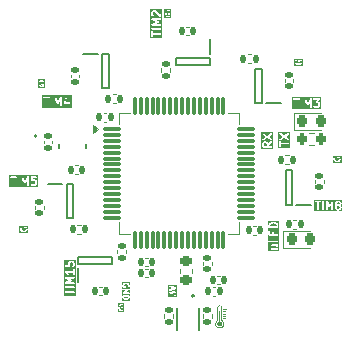
<source format=gto>
G04 #@! TF.GenerationSoftware,KiCad,Pcbnew,8.0.6*
G04 #@! TF.CreationDate,2025-07-21T23:46:33+02:00*
G04 #@! TF.ProjectId,STM32,53544d33-322e-46b6-9963-61645f706362,rev?*
G04 #@! TF.SameCoordinates,Original*
G04 #@! TF.FileFunction,Legend,Top*
G04 #@! TF.FilePolarity,Positive*
%FSLAX46Y46*%
G04 Gerber Fmt 4.6, Leading zero omitted, Abs format (unit mm)*
G04 Created by KiCad (PCBNEW 8.0.6) date 2025-07-21 23:46:33*
%MOMM*%
%LPD*%
G01*
G04 APERTURE LIST*
G04 Aperture macros list*
%AMRoundRect*
0 Rectangle with rounded corners*
0 $1 Rounding radius*
0 $2 $3 $4 $5 $6 $7 $8 $9 X,Y pos of 4 corners*
0 Add a 4 corners polygon primitive as box body*
4,1,4,$2,$3,$4,$5,$6,$7,$8,$9,$2,$3,0*
0 Add four circle primitives for the rounded corners*
1,1,$1+$1,$2,$3*
1,1,$1+$1,$4,$5*
1,1,$1+$1,$6,$7*
1,1,$1+$1,$8,$9*
0 Add four rect primitives between the rounded corners*
20,1,$1+$1,$2,$3,$4,$5,0*
20,1,$1+$1,$4,$5,$6,$7,0*
20,1,$1+$1,$6,$7,$8,$9,0*
20,1,$1+$1,$8,$9,$2,$3,0*%
G04 Aperture macros list end*
%ADD10C,0.150000*%
%ADD11C,0.125000*%
%ADD12C,0.120000*%
%ADD13C,0.200000*%
%ADD14C,0.152400*%
%ADD15C,0.000000*%
%ADD16RoundRect,0.140000X0.140000X0.170000X-0.140000X0.170000X-0.140000X-0.170000X0.140000X-0.170000X0*%
%ADD17RoundRect,0.140000X-0.170000X0.140000X-0.170000X-0.140000X0.170000X-0.140000X0.170000X0.140000X0*%
%ADD18RoundRect,0.140000X-0.140000X-0.170000X0.140000X-0.170000X0.140000X0.170000X-0.140000X0.170000X0*%
%ADD19RoundRect,0.200000X0.200000X0.275000X-0.200000X0.275000X-0.200000X-0.275000X0.200000X-0.275000X0*%
%ADD20R,1.250000X0.500000*%
%ADD21R,0.304800X0.711200*%
%ADD22R,1.092200X0.508000*%
%ADD23R,0.990600X0.736600*%
%ADD24RoundRect,0.075000X-0.700000X-0.075000X0.700000X-0.075000X0.700000X0.075000X-0.700000X0.075000X0*%
%ADD25RoundRect,0.075000X-0.075000X-0.700000X0.075000X-0.700000X0.075000X0.700000X-0.075000X0.700000X0*%
%ADD26R,0.500000X1.250000*%
%ADD27R,1.000000X1.000000*%
%ADD28O,1.000000X1.000000*%
%ADD29RoundRect,0.135000X0.135000X0.185000X-0.135000X0.185000X-0.135000X-0.185000X0.135000X-0.185000X0*%
%ADD30RoundRect,0.140000X0.170000X-0.140000X0.170000X0.140000X-0.170000X0.140000X-0.170000X-0.140000X0*%
%ADD31RoundRect,0.218750X0.256250X-0.218750X0.256250X0.218750X-0.256250X0.218750X-0.256250X-0.218750X0*%
%ADD32RoundRect,0.135000X-0.185000X0.135000X-0.185000X-0.135000X0.185000X-0.135000X0.185000X0.135000X0*%
%ADD33RoundRect,0.218750X-0.218750X-0.256250X0.218750X-0.256250X0.218750X0.256250X-0.218750X0.256250X0*%
%ADD34RoundRect,0.135000X0.185000X-0.135000X0.185000X0.135000X-0.185000X0.135000X-0.185000X-0.135000X0*%
%ADD35RoundRect,0.135000X-0.135000X-0.185000X0.135000X-0.185000X0.135000X0.185000X-0.135000X0.185000X0*%
%ADD36C,0.990600*%
G04 APERTURE END LIST*
D10*
G36*
X153686111Y-80698811D02*
G01*
X151248663Y-80698811D01*
X151248663Y-79831401D01*
X151326441Y-79831401D01*
X151326441Y-79860665D01*
X151337640Y-79887701D01*
X151358332Y-79908393D01*
X151385368Y-79919592D01*
X151400000Y-79921033D01*
X151525000Y-79921033D01*
X151525000Y-80546033D01*
X151526441Y-80560665D01*
X151537640Y-80587701D01*
X151558332Y-80608393D01*
X151585368Y-80619592D01*
X151614632Y-80619592D01*
X151641668Y-80608393D01*
X151662360Y-80587701D01*
X151673559Y-80560665D01*
X151675000Y-80546033D01*
X151675000Y-79921033D01*
X151800000Y-79921033D01*
X151814632Y-79919592D01*
X151841668Y-79908393D01*
X151862360Y-79887701D01*
X151873559Y-79860665D01*
X151873559Y-79846033D01*
X151958333Y-79846033D01*
X151958333Y-80546033D01*
X151959774Y-80560665D01*
X151970973Y-80587701D01*
X151991665Y-80608393D01*
X152018701Y-80619592D01*
X152047965Y-80619592D01*
X152075001Y-80608393D01*
X152095693Y-80587701D01*
X152106892Y-80560665D01*
X152108333Y-80546033D01*
X152108333Y-79846033D01*
X152291666Y-79846033D01*
X152291666Y-80546033D01*
X152293107Y-80560665D01*
X152304306Y-80587701D01*
X152324998Y-80608393D01*
X152352034Y-80619592D01*
X152381298Y-80619592D01*
X152408334Y-80608393D01*
X152429026Y-80587701D01*
X152440225Y-80560665D01*
X152441666Y-80546033D01*
X152441666Y-80184099D01*
X152532036Y-80377749D01*
X152535209Y-80383106D01*
X152535870Y-80384922D01*
X152537046Y-80386206D01*
X152539530Y-80390399D01*
X152547935Y-80398097D01*
X152555634Y-80406503D01*
X152558653Y-80407911D01*
X152561111Y-80410163D01*
X152571820Y-80414057D01*
X152582152Y-80418879D01*
X152585483Y-80419025D01*
X152588612Y-80420163D01*
X152599995Y-80419662D01*
X152611388Y-80420163D01*
X152614519Y-80419024D01*
X152617848Y-80418878D01*
X152628174Y-80414059D01*
X152638889Y-80410163D01*
X152641347Y-80407911D01*
X152644366Y-80406503D01*
X152652064Y-80398097D01*
X152660470Y-80390399D01*
X152662953Y-80386206D01*
X152664130Y-80384922D01*
X152664790Y-80383106D01*
X152667964Y-80377749D01*
X152758333Y-80184100D01*
X152758333Y-80546033D01*
X152759774Y-80560665D01*
X152770973Y-80587701D01*
X152791665Y-80608393D01*
X152818701Y-80619592D01*
X152847965Y-80619592D01*
X152875001Y-80608393D01*
X152895693Y-80587701D01*
X152906892Y-80560665D01*
X152908333Y-80546033D01*
X152908333Y-79846033D01*
X152907385Y-79836411D01*
X152907463Y-79834645D01*
X152907118Y-79833696D01*
X152906892Y-79831401D01*
X153026441Y-79831401D01*
X153026441Y-79860665D01*
X153037640Y-79887701D01*
X153058332Y-79908393D01*
X153085368Y-79919592D01*
X153100000Y-79921033D01*
X153368051Y-79921033D01*
X153243557Y-80063312D01*
X153239035Y-80069636D01*
X153237640Y-80071032D01*
X153237091Y-80072355D01*
X153235006Y-80075273D01*
X153231104Y-80086810D01*
X153226441Y-80098068D01*
X153226441Y-80100598D01*
X153225631Y-80102994D01*
X153226441Y-80115147D01*
X153226441Y-80127332D01*
X153227408Y-80129668D01*
X153227577Y-80132192D01*
X153232979Y-80143117D01*
X153237640Y-80154368D01*
X153239426Y-80156154D01*
X153240549Y-80158424D01*
X153249721Y-80166449D01*
X153258332Y-80175060D01*
X153260668Y-80176028D01*
X153262573Y-80177694D01*
X153274110Y-80181595D01*
X153285368Y-80186259D01*
X153288938Y-80186610D01*
X153290294Y-80187069D01*
X153292261Y-80186937D01*
X153300000Y-80187700D01*
X153382295Y-80187700D01*
X153422239Y-80207672D01*
X153438361Y-80223793D01*
X153458333Y-80263737D01*
X153458333Y-80394995D01*
X153438361Y-80434939D01*
X153422239Y-80451061D01*
X153382295Y-80471033D01*
X153217705Y-80471033D01*
X153177760Y-80451061D01*
X153153034Y-80426334D01*
X153141669Y-80417006D01*
X153114633Y-80405807D01*
X153085370Y-80405807D01*
X153058333Y-80417005D01*
X153037640Y-80437697D01*
X153026441Y-80464733D01*
X153026441Y-80493996D01*
X153037639Y-80521033D01*
X153046966Y-80532398D01*
X153080299Y-80565732D01*
X153086052Y-80570453D01*
X153087350Y-80571950D01*
X153089605Y-80573369D01*
X153091665Y-80575060D01*
X153093494Y-80575817D01*
X153099792Y-80579782D01*
X153166460Y-80613115D01*
X153180191Y-80618370D01*
X153182878Y-80618560D01*
X153185368Y-80619592D01*
X153200000Y-80621033D01*
X153400000Y-80621033D01*
X153414632Y-80619592D01*
X153417121Y-80618560D01*
X153419809Y-80618370D01*
X153433541Y-80613115D01*
X153500207Y-80579782D01*
X153506503Y-80575818D01*
X153508334Y-80575060D01*
X153510395Y-80573368D01*
X153512650Y-80571949D01*
X153513946Y-80570453D01*
X153519699Y-80565733D01*
X153553033Y-80532399D01*
X153557751Y-80526649D01*
X153559250Y-80525350D01*
X153560671Y-80523090D01*
X153562360Y-80521034D01*
X153563117Y-80519206D01*
X153567082Y-80512907D01*
X153600415Y-80446241D01*
X153605670Y-80432509D01*
X153605860Y-80429821D01*
X153606892Y-80427332D01*
X153608333Y-80412700D01*
X153608333Y-80246033D01*
X153606892Y-80231401D01*
X153605860Y-80228911D01*
X153605670Y-80226224D01*
X153600415Y-80212493D01*
X153567082Y-80145825D01*
X153563117Y-80139527D01*
X153562360Y-80137698D01*
X153560669Y-80135638D01*
X153559250Y-80133383D01*
X153557753Y-80132085D01*
X153553032Y-80126332D01*
X153519698Y-80092999D01*
X153513946Y-80088278D01*
X153512650Y-80086784D01*
X153510396Y-80085365D01*
X153508333Y-80083672D01*
X153506501Y-80082913D01*
X153500207Y-80078951D01*
X153450802Y-80054248D01*
X153589776Y-79895421D01*
X153594297Y-79889096D01*
X153595693Y-79887701D01*
X153596241Y-79886377D01*
X153598327Y-79883460D01*
X153602228Y-79871922D01*
X153606892Y-79860665D01*
X153606892Y-79858134D01*
X153607702Y-79855739D01*
X153606892Y-79843585D01*
X153606892Y-79831401D01*
X153605924Y-79829064D01*
X153605756Y-79826541D01*
X153600356Y-79815623D01*
X153595693Y-79804365D01*
X153593903Y-79802575D01*
X153592783Y-79800310D01*
X153583620Y-79792292D01*
X153575001Y-79783673D01*
X153572663Y-79782704D01*
X153570760Y-79781039D01*
X153559222Y-79777137D01*
X153547965Y-79772474D01*
X153544394Y-79772122D01*
X153543039Y-79771664D01*
X153541071Y-79771795D01*
X153533333Y-79771033D01*
X153100000Y-79771033D01*
X153085368Y-79772474D01*
X153058332Y-79783673D01*
X153037640Y-79804365D01*
X153026441Y-79831401D01*
X152906892Y-79831401D01*
X152901910Y-79819374D01*
X152897463Y-79807144D01*
X152896333Y-79805910D01*
X152895693Y-79804365D01*
X152886493Y-79795165D01*
X152877699Y-79785562D01*
X152876182Y-79784854D01*
X152875001Y-79783673D01*
X152862988Y-79778696D01*
X152851181Y-79773187D01*
X152849508Y-79773113D01*
X152847965Y-79772474D01*
X152834959Y-79772474D01*
X152821945Y-79771902D01*
X152820372Y-79772474D01*
X152818701Y-79772474D01*
X152806682Y-79777452D01*
X152794444Y-79781903D01*
X152793210Y-79783033D01*
X152791665Y-79783673D01*
X152782466Y-79792871D01*
X152772863Y-79801666D01*
X152771687Y-79803650D01*
X152770973Y-79804365D01*
X152770296Y-79805998D01*
X152765369Y-79814316D01*
X152599999Y-80168679D01*
X152434630Y-79814317D01*
X152429704Y-79806001D01*
X152429026Y-79804365D01*
X152428310Y-79803649D01*
X152427136Y-79801667D01*
X152417539Y-79792878D01*
X152408334Y-79783673D01*
X152406788Y-79783032D01*
X152405555Y-79781903D01*
X152393324Y-79777455D01*
X152381298Y-79772474D01*
X152379624Y-79772474D01*
X152378054Y-79771903D01*
X152365053Y-79772474D01*
X152352034Y-79772474D01*
X152350489Y-79773113D01*
X152348818Y-79773187D01*
X152337019Y-79778693D01*
X152324998Y-79783673D01*
X152323815Y-79784855D01*
X152322300Y-79785563D01*
X152313511Y-79795159D01*
X152304306Y-79804365D01*
X152303665Y-79805910D01*
X152302536Y-79807144D01*
X152298088Y-79819374D01*
X152293107Y-79831401D01*
X152292880Y-79833696D01*
X152292536Y-79834645D01*
X152292613Y-79836411D01*
X152291666Y-79846033D01*
X152108333Y-79846033D01*
X152106892Y-79831401D01*
X152095693Y-79804365D01*
X152075001Y-79783673D01*
X152047965Y-79772474D01*
X152018701Y-79772474D01*
X151991665Y-79783673D01*
X151970973Y-79804365D01*
X151959774Y-79831401D01*
X151958333Y-79846033D01*
X151873559Y-79846033D01*
X151873559Y-79831401D01*
X151862360Y-79804365D01*
X151841668Y-79783673D01*
X151814632Y-79772474D01*
X151800000Y-79771033D01*
X151400000Y-79771033D01*
X151385368Y-79772474D01*
X151358332Y-79783673D01*
X151337640Y-79804365D01*
X151326441Y-79831401D01*
X151248663Y-79831401D01*
X151248663Y-79693255D01*
X153686111Y-79693255D01*
X153686111Y-80698811D01*
G37*
G36*
X129726111Y-87308811D02*
G01*
X127288663Y-87308811D01*
X127288663Y-86441401D01*
X127366441Y-86441401D01*
X127366441Y-86470665D01*
X127377640Y-86497701D01*
X127398332Y-86518393D01*
X127425368Y-86529592D01*
X127440000Y-86531033D01*
X127565000Y-86531033D01*
X127565000Y-87156033D01*
X127566441Y-87170665D01*
X127577640Y-87197701D01*
X127598332Y-87218393D01*
X127625368Y-87229592D01*
X127654632Y-87229592D01*
X127681668Y-87218393D01*
X127702360Y-87197701D01*
X127713559Y-87170665D01*
X127715000Y-87156033D01*
X127715000Y-86531033D01*
X127840000Y-86531033D01*
X127854632Y-86529592D01*
X127881668Y-86518393D01*
X127902360Y-86497701D01*
X127913559Y-86470665D01*
X127913559Y-86456033D01*
X127998333Y-86456033D01*
X127998333Y-87156033D01*
X127999774Y-87170665D01*
X128010973Y-87197701D01*
X128031665Y-87218393D01*
X128058701Y-87229592D01*
X128087965Y-87229592D01*
X128115001Y-87218393D01*
X128135693Y-87197701D01*
X128146892Y-87170665D01*
X128148333Y-87156033D01*
X128148333Y-86456033D01*
X128331666Y-86456033D01*
X128331666Y-87156033D01*
X128333107Y-87170665D01*
X128344306Y-87197701D01*
X128364998Y-87218393D01*
X128392034Y-87229592D01*
X128421298Y-87229592D01*
X128448334Y-87218393D01*
X128469026Y-87197701D01*
X128480225Y-87170665D01*
X128481666Y-87156033D01*
X128481666Y-86794099D01*
X128572036Y-86987749D01*
X128575209Y-86993106D01*
X128575870Y-86994922D01*
X128577046Y-86996206D01*
X128579530Y-87000399D01*
X128587935Y-87008097D01*
X128595634Y-87016503D01*
X128598653Y-87017911D01*
X128601111Y-87020163D01*
X128611820Y-87024057D01*
X128622152Y-87028879D01*
X128625483Y-87029025D01*
X128628612Y-87030163D01*
X128639995Y-87029662D01*
X128651388Y-87030163D01*
X128654519Y-87029024D01*
X128657848Y-87028878D01*
X128668174Y-87024059D01*
X128678889Y-87020163D01*
X128681347Y-87017911D01*
X128684366Y-87016503D01*
X128692064Y-87008097D01*
X128700470Y-87000399D01*
X128702953Y-86996206D01*
X128704130Y-86994922D01*
X128704790Y-86993106D01*
X128707964Y-86987749D01*
X128798333Y-86794100D01*
X128798333Y-87156033D01*
X128799774Y-87170665D01*
X128810973Y-87197701D01*
X128831665Y-87218393D01*
X128858701Y-87229592D01*
X128887965Y-87229592D01*
X128915001Y-87218393D01*
X128935693Y-87197701D01*
X128946892Y-87170665D01*
X128948333Y-87156033D01*
X128948333Y-86796606D01*
X129098683Y-86796606D01*
X129099774Y-86800221D01*
X129099774Y-86803997D01*
X129103968Y-86814122D01*
X129107136Y-86824622D01*
X129109527Y-86827545D01*
X129110973Y-86831034D01*
X129118726Y-86838787D01*
X129125667Y-86847270D01*
X129128993Y-86849054D01*
X129131665Y-86851726D01*
X129141792Y-86855921D01*
X129151454Y-86861104D01*
X129155213Y-86861479D01*
X129158702Y-86862925D01*
X129169663Y-86862925D01*
X129180573Y-86864016D01*
X129184189Y-86862925D01*
X129187964Y-86862925D01*
X129198089Y-86858730D01*
X129208589Y-86855563D01*
X129211512Y-86853171D01*
X129215001Y-86851726D01*
X129226366Y-86842399D01*
X129251092Y-86817672D01*
X129291038Y-86797700D01*
X129422295Y-86797700D01*
X129462239Y-86817672D01*
X129478361Y-86833793D01*
X129498333Y-86873737D01*
X129498333Y-87004995D01*
X129478361Y-87044939D01*
X129462239Y-87061061D01*
X129422295Y-87081033D01*
X129291038Y-87081033D01*
X129251093Y-87061061D01*
X129226367Y-87036334D01*
X129215002Y-87027006D01*
X129187966Y-87015807D01*
X129158703Y-87015807D01*
X129131666Y-87027005D01*
X129110973Y-87047697D01*
X129099774Y-87074733D01*
X129099774Y-87103996D01*
X129110972Y-87131033D01*
X129120299Y-87142398D01*
X129153632Y-87175732D01*
X129159385Y-87180453D01*
X129160683Y-87181950D01*
X129162938Y-87183369D01*
X129164998Y-87185060D01*
X129166827Y-87185817D01*
X129173125Y-87189782D01*
X129239793Y-87223115D01*
X129253524Y-87228370D01*
X129256211Y-87228560D01*
X129258701Y-87229592D01*
X129273333Y-87231033D01*
X129440000Y-87231033D01*
X129454632Y-87229592D01*
X129457121Y-87228560D01*
X129459809Y-87228370D01*
X129473541Y-87223115D01*
X129540207Y-87189782D01*
X129546503Y-87185818D01*
X129548334Y-87185060D01*
X129550395Y-87183368D01*
X129552650Y-87181949D01*
X129553946Y-87180453D01*
X129559699Y-87175733D01*
X129593033Y-87142399D01*
X129597751Y-87136649D01*
X129599250Y-87135350D01*
X129600671Y-87133090D01*
X129602360Y-87131034D01*
X129603117Y-87129206D01*
X129607082Y-87122907D01*
X129640415Y-87056241D01*
X129645670Y-87042509D01*
X129645860Y-87039821D01*
X129646892Y-87037332D01*
X129648333Y-87022700D01*
X129648333Y-86856033D01*
X129646892Y-86841401D01*
X129645860Y-86838911D01*
X129645670Y-86836224D01*
X129640415Y-86822493D01*
X129607082Y-86755825D01*
X129603117Y-86749527D01*
X129602360Y-86747698D01*
X129600669Y-86745638D01*
X129599250Y-86743383D01*
X129597753Y-86742085D01*
X129593032Y-86736332D01*
X129559698Y-86702999D01*
X129553946Y-86698278D01*
X129552650Y-86696784D01*
X129550396Y-86695365D01*
X129548333Y-86693672D01*
X129546501Y-86692913D01*
X129540207Y-86688951D01*
X129473541Y-86655618D01*
X129459809Y-86650363D01*
X129457121Y-86650172D01*
X129454632Y-86649141D01*
X129440000Y-86647700D01*
X129273333Y-86647700D01*
X129262769Y-86648740D01*
X129274540Y-86531033D01*
X129540000Y-86531033D01*
X129554632Y-86529592D01*
X129581668Y-86518393D01*
X129602360Y-86497701D01*
X129613559Y-86470665D01*
X129613559Y-86441401D01*
X129602360Y-86414365D01*
X129581668Y-86393673D01*
X129554632Y-86382474D01*
X129540000Y-86381033D01*
X129206666Y-86381033D01*
X129201250Y-86381566D01*
X129199426Y-86381384D01*
X129197644Y-86381921D01*
X129192034Y-86382474D01*
X129181898Y-86386672D01*
X129171410Y-86389837D01*
X129168488Y-86392226D01*
X129164998Y-86393673D01*
X129157242Y-86401428D01*
X129148762Y-86408367D01*
X129146977Y-86411693D01*
X129144306Y-86414365D01*
X129140109Y-86424496D01*
X129134928Y-86434155D01*
X129133820Y-86439677D01*
X129133107Y-86441401D01*
X129133107Y-86443238D01*
X129132038Y-86448571D01*
X129098705Y-86781903D01*
X129098683Y-86796606D01*
X128948333Y-86796606D01*
X128948333Y-86456033D01*
X128947385Y-86446411D01*
X128947463Y-86444645D01*
X128947118Y-86443696D01*
X128946892Y-86441401D01*
X128941910Y-86429374D01*
X128937463Y-86417144D01*
X128936333Y-86415910D01*
X128935693Y-86414365D01*
X128926493Y-86405165D01*
X128917699Y-86395562D01*
X128916182Y-86394854D01*
X128915001Y-86393673D01*
X128902988Y-86388696D01*
X128891181Y-86383187D01*
X128889508Y-86383113D01*
X128887965Y-86382474D01*
X128874959Y-86382474D01*
X128861945Y-86381902D01*
X128860372Y-86382474D01*
X128858701Y-86382474D01*
X128846682Y-86387452D01*
X128834444Y-86391903D01*
X128833210Y-86393033D01*
X128831665Y-86393673D01*
X128822466Y-86402871D01*
X128812863Y-86411666D01*
X128811687Y-86413650D01*
X128810973Y-86414365D01*
X128810296Y-86415998D01*
X128805369Y-86424316D01*
X128639999Y-86778679D01*
X128474630Y-86424317D01*
X128469704Y-86416001D01*
X128469026Y-86414365D01*
X128468310Y-86413649D01*
X128467136Y-86411667D01*
X128457539Y-86402878D01*
X128448334Y-86393673D01*
X128446788Y-86393032D01*
X128445555Y-86391903D01*
X128433324Y-86387455D01*
X128421298Y-86382474D01*
X128419624Y-86382474D01*
X128418054Y-86381903D01*
X128405053Y-86382474D01*
X128392034Y-86382474D01*
X128390489Y-86383113D01*
X128388818Y-86383187D01*
X128377019Y-86388693D01*
X128364998Y-86393673D01*
X128363815Y-86394855D01*
X128362300Y-86395563D01*
X128353511Y-86405159D01*
X128344306Y-86414365D01*
X128343665Y-86415910D01*
X128342536Y-86417144D01*
X128338088Y-86429374D01*
X128333107Y-86441401D01*
X128332880Y-86443696D01*
X128332536Y-86444645D01*
X128332613Y-86446411D01*
X128331666Y-86456033D01*
X128148333Y-86456033D01*
X128146892Y-86441401D01*
X128135693Y-86414365D01*
X128115001Y-86393673D01*
X128087965Y-86382474D01*
X128058701Y-86382474D01*
X128031665Y-86393673D01*
X128010973Y-86414365D01*
X127999774Y-86441401D01*
X127998333Y-86456033D01*
X127913559Y-86456033D01*
X127913559Y-86441401D01*
X127902360Y-86414365D01*
X127881668Y-86393673D01*
X127854632Y-86382474D01*
X127840000Y-86381033D01*
X127440000Y-86381033D01*
X127425368Y-86382474D01*
X127398332Y-86393673D01*
X127377640Y-86414365D01*
X127366441Y-86441401D01*
X127288663Y-86441401D01*
X127288663Y-86303255D01*
X129726111Y-86303255D01*
X129726111Y-87308811D01*
G37*
D11*
G36*
X130279761Y-78919809D02*
G01*
X129720238Y-78919809D01*
X129720238Y-78509095D01*
X129782738Y-78509095D01*
X129782738Y-78580523D01*
X129784231Y-78588032D01*
X129784604Y-78595681D01*
X129808413Y-78690919D01*
X129811338Y-78697111D01*
X129813146Y-78703712D01*
X129836956Y-78751331D01*
X129843089Y-78759233D01*
X129848662Y-78767574D01*
X129896281Y-78815194D01*
X129898884Y-78816933D01*
X129899526Y-78818216D01*
X129908230Y-78823177D01*
X129916558Y-78828742D01*
X129917991Y-78828742D01*
X129920712Y-78830293D01*
X129992140Y-78854102D01*
X130002083Y-78855355D01*
X130011904Y-78857309D01*
X130059523Y-78857309D01*
X130069349Y-78855354D01*
X130079287Y-78854102D01*
X130150716Y-78830293D01*
X130153436Y-78828742D01*
X130154870Y-78828742D01*
X130163193Y-78823180D01*
X130171902Y-78818216D01*
X130172543Y-78816932D01*
X130175147Y-78815193D01*
X130198956Y-78791383D01*
X130212504Y-78771106D01*
X130212503Y-78771102D01*
X130217261Y-78747190D01*
X130217261Y-78580523D01*
X130212503Y-78556605D01*
X130178679Y-78522781D01*
X130154761Y-78518023D01*
X130059523Y-78518023D01*
X130035605Y-78522781D01*
X130001781Y-78556605D01*
X130001781Y-78604441D01*
X130035605Y-78638265D01*
X130059523Y-78643023D01*
X130092261Y-78643023D01*
X130092261Y-78718016D01*
X130049380Y-78732309D01*
X130022047Y-78732309D01*
X129974238Y-78716373D01*
X129944222Y-78686356D01*
X129928017Y-78653948D01*
X129907738Y-78572829D01*
X129907738Y-78516788D01*
X129928017Y-78435669D01*
X129944223Y-78403259D01*
X129974236Y-78373246D01*
X130022048Y-78357309D01*
X130068579Y-78357309D01*
X130103001Y-78374521D01*
X130126521Y-78380961D01*
X130171901Y-78365835D01*
X130193295Y-78323050D01*
X130178168Y-78277670D01*
X130158903Y-78262718D01*
X130111284Y-78238908D01*
X130108265Y-78238081D01*
X130107251Y-78237067D01*
X130097420Y-78235111D01*
X130087764Y-78232467D01*
X130086404Y-78232920D01*
X130083333Y-78232309D01*
X130011904Y-78232309D01*
X130002079Y-78234263D01*
X129992139Y-78235516D01*
X129920711Y-78259326D01*
X129917990Y-78260877D01*
X129916559Y-78260877D01*
X129908236Y-78266437D01*
X129899525Y-78271404D01*
X129898883Y-78272686D01*
X129896282Y-78274425D01*
X129848663Y-78322044D01*
X129843096Y-78330375D01*
X129836956Y-78338287D01*
X129813146Y-78385906D01*
X129811338Y-78392506D01*
X129808413Y-78398699D01*
X129784604Y-78493937D01*
X129784231Y-78501585D01*
X129782738Y-78509095D01*
X129720238Y-78509095D01*
X129720238Y-78169809D01*
X130279761Y-78169809D01*
X130279761Y-78919809D01*
G37*
D10*
G36*
X140243811Y-74676336D02*
G01*
X139238255Y-74676336D01*
X139238255Y-74124999D01*
X139316033Y-74124999D01*
X139316033Y-74524999D01*
X139317474Y-74539631D01*
X139328673Y-74566667D01*
X139349365Y-74587359D01*
X139376401Y-74598558D01*
X139405665Y-74598558D01*
X139432701Y-74587359D01*
X139453393Y-74566667D01*
X139464592Y-74539631D01*
X139466033Y-74524999D01*
X139466033Y-74399999D01*
X140091033Y-74399999D01*
X140105665Y-74398558D01*
X140132701Y-74387359D01*
X140153393Y-74366667D01*
X140164592Y-74339631D01*
X140164592Y-74310367D01*
X140153393Y-74283331D01*
X140132701Y-74262639D01*
X140105665Y-74251440D01*
X140091033Y-74249999D01*
X139466033Y-74249999D01*
X139466033Y-74124999D01*
X139464592Y-74110367D01*
X139453393Y-74083331D01*
X139432701Y-74062639D01*
X139405665Y-74051440D01*
X139376401Y-74051440D01*
X139349365Y-74062639D01*
X139328673Y-74083331D01*
X139317474Y-74110367D01*
X139316033Y-74124999D01*
X139238255Y-74124999D01*
X139238255Y-73877034D01*
X139317474Y-73877034D01*
X139317474Y-73906298D01*
X139328673Y-73933334D01*
X139349365Y-73954026D01*
X139376401Y-73965225D01*
X139391033Y-73966666D01*
X140091033Y-73966666D01*
X140105665Y-73965225D01*
X140132701Y-73954026D01*
X140153393Y-73933334D01*
X140164592Y-73906298D01*
X140164592Y-73877034D01*
X140153393Y-73849998D01*
X140132701Y-73829306D01*
X140105665Y-73818107D01*
X140091033Y-73816666D01*
X139391033Y-73816666D01*
X139376401Y-73818107D01*
X139349365Y-73829306D01*
X139328673Y-73849998D01*
X139317474Y-73877034D01*
X139238255Y-73877034D01*
X139238255Y-73103054D01*
X139316903Y-73103054D01*
X139317474Y-73104624D01*
X139317474Y-73106298D01*
X139322455Y-73118324D01*
X139326903Y-73130555D01*
X139328032Y-73131788D01*
X139328673Y-73133334D01*
X139337878Y-73142539D01*
X139346667Y-73152136D01*
X139348649Y-73153310D01*
X139349365Y-73154026D01*
X139351001Y-73154704D01*
X139359317Y-73159630D01*
X139713679Y-73325000D01*
X139359317Y-73490369D01*
X139351001Y-73495294D01*
X139349365Y-73495973D01*
X139348649Y-73496688D01*
X139346667Y-73497863D01*
X139337878Y-73507459D01*
X139328673Y-73516665D01*
X139328032Y-73518210D01*
X139326903Y-73519444D01*
X139322455Y-73531674D01*
X139317474Y-73543701D01*
X139317474Y-73545374D01*
X139316903Y-73546945D01*
X139317474Y-73559946D01*
X139317474Y-73572965D01*
X139318113Y-73574509D01*
X139318187Y-73576181D01*
X139323693Y-73587979D01*
X139328673Y-73600001D01*
X139329855Y-73601183D01*
X139330563Y-73602699D01*
X139340159Y-73611487D01*
X139349365Y-73620693D01*
X139350910Y-73621333D01*
X139352144Y-73622463D01*
X139364374Y-73626910D01*
X139376401Y-73631892D01*
X139378696Y-73632118D01*
X139379645Y-73632463D01*
X139381411Y-73632385D01*
X139391033Y-73633333D01*
X140091033Y-73633333D01*
X140105665Y-73631892D01*
X140132701Y-73620693D01*
X140153393Y-73600001D01*
X140164592Y-73572965D01*
X140164592Y-73543701D01*
X140153393Y-73516665D01*
X140132701Y-73495973D01*
X140105665Y-73484774D01*
X140091033Y-73483333D01*
X139729101Y-73483333D01*
X139922750Y-73392964D01*
X139928109Y-73389789D01*
X139929922Y-73389130D01*
X139931204Y-73387955D01*
X139935400Y-73385470D01*
X139943100Y-73377060D01*
X139951503Y-73369366D01*
X139952911Y-73366347D01*
X139955163Y-73363889D01*
X139959060Y-73353170D01*
X139963878Y-73342848D01*
X139964024Y-73339522D01*
X139965164Y-73336388D01*
X139964662Y-73324988D01*
X139965163Y-73313612D01*
X139964025Y-73310483D01*
X139963879Y-73307152D01*
X139959055Y-73296816D01*
X139955163Y-73286111D01*
X139952913Y-73283655D01*
X139951504Y-73280634D01*
X139943093Y-73272932D01*
X139935399Y-73264530D01*
X139931206Y-73262046D01*
X139929922Y-73260870D01*
X139928106Y-73260209D01*
X139922749Y-73257036D01*
X139729100Y-73166666D01*
X140091033Y-73166666D01*
X140105665Y-73165225D01*
X140132701Y-73154026D01*
X140153393Y-73133334D01*
X140164592Y-73106298D01*
X140164592Y-73077034D01*
X140153393Y-73049998D01*
X140132701Y-73029306D01*
X140105665Y-73018107D01*
X140091033Y-73016666D01*
X139391033Y-73016666D01*
X139381411Y-73017613D01*
X139379645Y-73017536D01*
X139378696Y-73017880D01*
X139376401Y-73018107D01*
X139364374Y-73023088D01*
X139352144Y-73027536D01*
X139350910Y-73028665D01*
X139349365Y-73029306D01*
X139340159Y-73038511D01*
X139330563Y-73047300D01*
X139329855Y-73048815D01*
X139328673Y-73049998D01*
X139323693Y-73062019D01*
X139318187Y-73073818D01*
X139318113Y-73075489D01*
X139317474Y-73077034D01*
X139317474Y-73090052D01*
X139316903Y-73103054D01*
X139238255Y-73103054D01*
X139238255Y-72525000D01*
X139316033Y-72525000D01*
X139316033Y-72691666D01*
X139317474Y-72706298D01*
X139318505Y-72708787D01*
X139318696Y-72711475D01*
X139323951Y-72725207D01*
X139357284Y-72791874D01*
X139361247Y-72798171D01*
X139362006Y-72800002D01*
X139363696Y-72802061D01*
X139365116Y-72804317D01*
X139366613Y-72805615D01*
X139371334Y-72811367D01*
X139404668Y-72844700D01*
X139416033Y-72854027D01*
X139443070Y-72865225D01*
X139472333Y-72865225D01*
X139499369Y-72854026D01*
X139520061Y-72833333D01*
X139531259Y-72806297D01*
X139531259Y-72777034D01*
X139520060Y-72749998D01*
X139510732Y-72738632D01*
X139486004Y-72713904D01*
X139466033Y-72673961D01*
X139466033Y-72542704D01*
X139486004Y-72502761D01*
X139502125Y-72486639D01*
X139542072Y-72466666D01*
X139578862Y-72466666D01*
X139650519Y-72490552D01*
X140038000Y-72878033D01*
X140049365Y-72887360D01*
X140076401Y-72898559D01*
X140105665Y-72898559D01*
X140132701Y-72887360D01*
X140153393Y-72866668D01*
X140164592Y-72839632D01*
X140166033Y-72825000D01*
X140166033Y-72391666D01*
X140164592Y-72377034D01*
X140153393Y-72349998D01*
X140132701Y-72329306D01*
X140105665Y-72318107D01*
X140076401Y-72318107D01*
X140049365Y-72329306D01*
X140028673Y-72349998D01*
X140017474Y-72377034D01*
X140016033Y-72391666D01*
X140016033Y-72643934D01*
X139744066Y-72371967D01*
X139732701Y-72362640D01*
X139730210Y-72361608D01*
X139728175Y-72359843D01*
X139714750Y-72353849D01*
X139614751Y-72320515D01*
X139607495Y-72318865D01*
X139605665Y-72318107D01*
X139603011Y-72317845D01*
X139600414Y-72317255D01*
X139598438Y-72317395D01*
X139591033Y-72316666D01*
X139524366Y-72316666D01*
X139509734Y-72318107D01*
X139507242Y-72319139D01*
X139504556Y-72319330D01*
X139490824Y-72324584D01*
X139424158Y-72357918D01*
X139417861Y-72361881D01*
X139416033Y-72362639D01*
X139413973Y-72364329D01*
X139411715Y-72365751D01*
X139410416Y-72367248D01*
X139404668Y-72371966D01*
X139371334Y-72405299D01*
X139366613Y-72411050D01*
X139365116Y-72412349D01*
X139363696Y-72414604D01*
X139362006Y-72416664D01*
X139361247Y-72418494D01*
X139357284Y-72424792D01*
X139323951Y-72491459D01*
X139318696Y-72505191D01*
X139318505Y-72507878D01*
X139317474Y-72510368D01*
X139316033Y-72525000D01*
X139238255Y-72525000D01*
X139238255Y-72238888D01*
X140243811Y-72238888D01*
X140243811Y-74676336D01*
G37*
G36*
X149051604Y-83591637D02*
G01*
X149067726Y-83607758D01*
X149087700Y-83647705D01*
X149087700Y-83821666D01*
X148871033Y-83821666D01*
X148871033Y-83647704D01*
X148891005Y-83607760D01*
X148907127Y-83591638D01*
X148947071Y-83571666D01*
X149011661Y-83571666D01*
X149051604Y-83591637D01*
G37*
G36*
X149648811Y-84049444D02*
G01*
X148643255Y-84049444D01*
X148643255Y-83629999D01*
X148721033Y-83629999D01*
X148721033Y-83896666D01*
X148722474Y-83911298D01*
X148733673Y-83938334D01*
X148754365Y-83959026D01*
X148781401Y-83970225D01*
X148796033Y-83971666D01*
X149496033Y-83971666D01*
X149510665Y-83970225D01*
X149537701Y-83959026D01*
X149558393Y-83938334D01*
X149569592Y-83911298D01*
X149569592Y-83882034D01*
X149558393Y-83854998D01*
X149537701Y-83834306D01*
X149510665Y-83823107D01*
X149496033Y-83821666D01*
X149237700Y-83821666D01*
X149237700Y-83769048D01*
X149539043Y-83558108D01*
X149550204Y-83548537D01*
X149565930Y-83523858D01*
X149571016Y-83495041D01*
X149564686Y-83466470D01*
X149547904Y-83442496D01*
X149523226Y-83426769D01*
X149494408Y-83421684D01*
X149465837Y-83428013D01*
X149453024Y-83435223D01*
X149227943Y-83592779D01*
X149196448Y-83529791D01*
X149192484Y-83523494D01*
X149191727Y-83521666D01*
X149190036Y-83519606D01*
X149188615Y-83517348D01*
X149187117Y-83516049D01*
X149182400Y-83510301D01*
X149149067Y-83476967D01*
X149143315Y-83472246D01*
X149142017Y-83470749D01*
X149139761Y-83469329D01*
X149137702Y-83467639D01*
X149135871Y-83466880D01*
X149129574Y-83462917D01*
X149062907Y-83429584D01*
X149049175Y-83424329D01*
X149046487Y-83424138D01*
X149043998Y-83423107D01*
X149029366Y-83421666D01*
X148929366Y-83421666D01*
X148914734Y-83423107D01*
X148912244Y-83424138D01*
X148909557Y-83424329D01*
X148895825Y-83429584D01*
X148829159Y-83462917D01*
X148822859Y-83466881D01*
X148821032Y-83467639D01*
X148818975Y-83469327D01*
X148816716Y-83470749D01*
X148815416Y-83472247D01*
X148809667Y-83476966D01*
X148776333Y-83510300D01*
X148771612Y-83516052D01*
X148770117Y-83517349D01*
X148768697Y-83519603D01*
X148767006Y-83521665D01*
X148766247Y-83523495D01*
X148762284Y-83529792D01*
X148728951Y-83596458D01*
X148723696Y-83610190D01*
X148723505Y-83612877D01*
X148722474Y-83615367D01*
X148721033Y-83629999D01*
X148643255Y-83629999D01*
X148643255Y-82796745D01*
X148721033Y-82796745D01*
X148726772Y-82825439D01*
X148743055Y-82849754D01*
X148754430Y-82859070D01*
X149010824Y-83029999D01*
X148754430Y-83200929D01*
X148743055Y-83210245D01*
X148726772Y-83234560D01*
X148721033Y-83263254D01*
X148726712Y-83291962D01*
X148742945Y-83316311D01*
X148767260Y-83332594D01*
X148795954Y-83338333D01*
X148824662Y-83332654D01*
X148837636Y-83325737D01*
X149146033Y-83120138D01*
X149454430Y-83325736D01*
X149467404Y-83332654D01*
X149496111Y-83338333D01*
X149524806Y-83332594D01*
X149549121Y-83316311D01*
X149565354Y-83291961D01*
X149571033Y-83263254D01*
X149565294Y-83234559D01*
X149549010Y-83210244D01*
X149537635Y-83200929D01*
X149281241Y-83029999D01*
X149537635Y-82859070D01*
X149549010Y-82849755D01*
X149565294Y-82825440D01*
X149571033Y-82796745D01*
X149565354Y-82768038D01*
X149549121Y-82743688D01*
X149524806Y-82727405D01*
X149496111Y-82721666D01*
X149467404Y-82727345D01*
X149454430Y-82734263D01*
X149146033Y-82939860D01*
X148837636Y-82734262D01*
X148824662Y-82727345D01*
X148795954Y-82721666D01*
X148767260Y-82727405D01*
X148742945Y-82743688D01*
X148726712Y-82768037D01*
X148721033Y-82796745D01*
X148643255Y-82796745D01*
X148643255Y-82643888D01*
X149648811Y-82643888D01*
X149648811Y-84049444D01*
G37*
D11*
G36*
X140989761Y-72979809D02*
G01*
X140430238Y-72979809D01*
X140430238Y-72569095D01*
X140492738Y-72569095D01*
X140492738Y-72640523D01*
X140494231Y-72648032D01*
X140494604Y-72655681D01*
X140518413Y-72750919D01*
X140521338Y-72757111D01*
X140523146Y-72763712D01*
X140546956Y-72811331D01*
X140553089Y-72819233D01*
X140558662Y-72827574D01*
X140606281Y-72875194D01*
X140608884Y-72876933D01*
X140609526Y-72878216D01*
X140618230Y-72883177D01*
X140626558Y-72888742D01*
X140627991Y-72888742D01*
X140630712Y-72890293D01*
X140702140Y-72914102D01*
X140712083Y-72915355D01*
X140721904Y-72917309D01*
X140769523Y-72917309D01*
X140779349Y-72915354D01*
X140789287Y-72914102D01*
X140860716Y-72890293D01*
X140863436Y-72888742D01*
X140864870Y-72888742D01*
X140873193Y-72883180D01*
X140881902Y-72878216D01*
X140882543Y-72876932D01*
X140885147Y-72875193D01*
X140908956Y-72851383D01*
X140922504Y-72831106D01*
X140922503Y-72831102D01*
X140927261Y-72807190D01*
X140927261Y-72640523D01*
X140922503Y-72616605D01*
X140888679Y-72582781D01*
X140864761Y-72578023D01*
X140769523Y-72578023D01*
X140745605Y-72582781D01*
X140711781Y-72616605D01*
X140711781Y-72664441D01*
X140745605Y-72698265D01*
X140769523Y-72703023D01*
X140802261Y-72703023D01*
X140802261Y-72778016D01*
X140759380Y-72792309D01*
X140732047Y-72792309D01*
X140684238Y-72776373D01*
X140654222Y-72746356D01*
X140638017Y-72713948D01*
X140617738Y-72632829D01*
X140617738Y-72576788D01*
X140638017Y-72495669D01*
X140654223Y-72463259D01*
X140684236Y-72433246D01*
X140732048Y-72417309D01*
X140778579Y-72417309D01*
X140813001Y-72434521D01*
X140836521Y-72440961D01*
X140881901Y-72425835D01*
X140903295Y-72383050D01*
X140888168Y-72337670D01*
X140868903Y-72322718D01*
X140821284Y-72298908D01*
X140818265Y-72298081D01*
X140817251Y-72297067D01*
X140807420Y-72295111D01*
X140797764Y-72292467D01*
X140796404Y-72292920D01*
X140793333Y-72292309D01*
X140721904Y-72292309D01*
X140712079Y-72294263D01*
X140702139Y-72295516D01*
X140630711Y-72319326D01*
X140627990Y-72320877D01*
X140626559Y-72320877D01*
X140618236Y-72326437D01*
X140609525Y-72331404D01*
X140608883Y-72332686D01*
X140606282Y-72334425D01*
X140558663Y-72382044D01*
X140553096Y-72390375D01*
X140546956Y-72398287D01*
X140523146Y-72445906D01*
X140521338Y-72452506D01*
X140518413Y-72458699D01*
X140494604Y-72553937D01*
X140494231Y-72561585D01*
X140492738Y-72569095D01*
X140430238Y-72569095D01*
X140430238Y-72229809D01*
X140989761Y-72229809D01*
X140989761Y-72979809D01*
G37*
G36*
X152169809Y-77019761D02*
G01*
X151419809Y-77019761D01*
X151419809Y-76656666D01*
X151482309Y-76656666D01*
X151482309Y-76728095D01*
X151484263Y-76737918D01*
X151485516Y-76747860D01*
X151509326Y-76819288D01*
X151510877Y-76822008D01*
X151510877Y-76823440D01*
X151516437Y-76831762D01*
X151521404Y-76840474D01*
X151522686Y-76841115D01*
X151524425Y-76843717D01*
X151572044Y-76891336D01*
X151580375Y-76896902D01*
X151588287Y-76903043D01*
X151635906Y-76926854D01*
X151642510Y-76928662D01*
X151648699Y-76931586D01*
X151743937Y-76955395D01*
X151751585Y-76955767D01*
X151759095Y-76957261D01*
X151830523Y-76957261D01*
X151838032Y-76955767D01*
X151845681Y-76955395D01*
X151940919Y-76931586D01*
X151947111Y-76928660D01*
X151953712Y-76926853D01*
X152001331Y-76903043D01*
X152009233Y-76896909D01*
X152017574Y-76891337D01*
X152065194Y-76843718D01*
X152066933Y-76841114D01*
X152068216Y-76840473D01*
X152073177Y-76831768D01*
X152078742Y-76823441D01*
X152078742Y-76822007D01*
X152080293Y-76819287D01*
X152104102Y-76747859D01*
X152105355Y-76737915D01*
X152107309Y-76728095D01*
X152107309Y-76680476D01*
X152105355Y-76670654D01*
X152104102Y-76660713D01*
X152080293Y-76589283D01*
X152078742Y-76586562D01*
X152078742Y-76585129D01*
X152073180Y-76576805D01*
X152068216Y-76568097D01*
X152066932Y-76567455D01*
X152065193Y-76564852D01*
X152041383Y-76541043D01*
X152021109Y-76527497D01*
X152021108Y-76527496D01*
X152021107Y-76527495D01*
X152021106Y-76527495D01*
X152021102Y-76527495D01*
X151997190Y-76522738D01*
X151830523Y-76522738D01*
X151806605Y-76527496D01*
X151772781Y-76561320D01*
X151768023Y-76585238D01*
X151768023Y-76680476D01*
X151772781Y-76704394D01*
X151806605Y-76738218D01*
X151854441Y-76738218D01*
X151888265Y-76704394D01*
X151893023Y-76680476D01*
X151893023Y-76647738D01*
X151968016Y-76647738D01*
X151982309Y-76690618D01*
X151982309Y-76717952D01*
X151966373Y-76765760D01*
X151936356Y-76795776D01*
X151903948Y-76811981D01*
X151822829Y-76832261D01*
X151766789Y-76832261D01*
X151685669Y-76811981D01*
X151653261Y-76795777D01*
X151623246Y-76765762D01*
X151607309Y-76717950D01*
X151607309Y-76671419D01*
X151624521Y-76636998D01*
X151630961Y-76613478D01*
X151615835Y-76568098D01*
X151573050Y-76546704D01*
X151527670Y-76561831D01*
X151512718Y-76581096D01*
X151488908Y-76628715D01*
X151488081Y-76631733D01*
X151487067Y-76632748D01*
X151485111Y-76642578D01*
X151482467Y-76652235D01*
X151482920Y-76653594D01*
X151482309Y-76656666D01*
X151419809Y-76656666D01*
X151419809Y-76460238D01*
X152169809Y-76460238D01*
X152169809Y-77019761D01*
G37*
D10*
G36*
X132908811Y-96564670D02*
G01*
X131903255Y-96564670D01*
X131903255Y-96013333D01*
X131981033Y-96013333D01*
X131981033Y-96413333D01*
X131982474Y-96427965D01*
X131993673Y-96455001D01*
X132014365Y-96475693D01*
X132041401Y-96486892D01*
X132070665Y-96486892D01*
X132097701Y-96475693D01*
X132118393Y-96455001D01*
X132129592Y-96427965D01*
X132131033Y-96413333D01*
X132131033Y-96288333D01*
X132756033Y-96288333D01*
X132770665Y-96286892D01*
X132797701Y-96275693D01*
X132818393Y-96255001D01*
X132829592Y-96227965D01*
X132829592Y-96198701D01*
X132818393Y-96171665D01*
X132797701Y-96150973D01*
X132770665Y-96139774D01*
X132756033Y-96138333D01*
X132131033Y-96138333D01*
X132131033Y-96013333D01*
X132129592Y-95998701D01*
X132118393Y-95971665D01*
X132097701Y-95950973D01*
X132070665Y-95939774D01*
X132041401Y-95939774D01*
X132014365Y-95950973D01*
X131993673Y-95971665D01*
X131982474Y-95998701D01*
X131981033Y-96013333D01*
X131903255Y-96013333D01*
X131903255Y-95765368D01*
X131982474Y-95765368D01*
X131982474Y-95794632D01*
X131993673Y-95821668D01*
X132014365Y-95842360D01*
X132041401Y-95853559D01*
X132056033Y-95855000D01*
X132756033Y-95855000D01*
X132770665Y-95853559D01*
X132797701Y-95842360D01*
X132818393Y-95821668D01*
X132829592Y-95794632D01*
X132829592Y-95765368D01*
X132818393Y-95738332D01*
X132797701Y-95717640D01*
X132770665Y-95706441D01*
X132756033Y-95705000D01*
X132056033Y-95705000D01*
X132041401Y-95706441D01*
X132014365Y-95717640D01*
X131993673Y-95738332D01*
X131982474Y-95765368D01*
X131903255Y-95765368D01*
X131903255Y-94991388D01*
X131981903Y-94991388D01*
X131982474Y-94992958D01*
X131982474Y-94994632D01*
X131987455Y-95006658D01*
X131991903Y-95018889D01*
X131993032Y-95020122D01*
X131993673Y-95021668D01*
X132002878Y-95030873D01*
X132011667Y-95040470D01*
X132013649Y-95041644D01*
X132014365Y-95042360D01*
X132016001Y-95043038D01*
X132024317Y-95047964D01*
X132378679Y-95213334D01*
X132024317Y-95378703D01*
X132016001Y-95383628D01*
X132014365Y-95384307D01*
X132013649Y-95385022D01*
X132011667Y-95386197D01*
X132002878Y-95395793D01*
X131993673Y-95404999D01*
X131993032Y-95406544D01*
X131991903Y-95407778D01*
X131987455Y-95420008D01*
X131982474Y-95432035D01*
X131982474Y-95433708D01*
X131981903Y-95435279D01*
X131982474Y-95448280D01*
X131982474Y-95461299D01*
X131983113Y-95462843D01*
X131983187Y-95464515D01*
X131988693Y-95476313D01*
X131993673Y-95488335D01*
X131994855Y-95489517D01*
X131995563Y-95491033D01*
X132005159Y-95499821D01*
X132014365Y-95509027D01*
X132015910Y-95509667D01*
X132017144Y-95510797D01*
X132029374Y-95515244D01*
X132041401Y-95520226D01*
X132043696Y-95520452D01*
X132044645Y-95520797D01*
X132046411Y-95520719D01*
X132056033Y-95521667D01*
X132756033Y-95521667D01*
X132770665Y-95520226D01*
X132797701Y-95509027D01*
X132818393Y-95488335D01*
X132829592Y-95461299D01*
X132829592Y-95432035D01*
X132818393Y-95404999D01*
X132797701Y-95384307D01*
X132770665Y-95373108D01*
X132756033Y-95371667D01*
X132394101Y-95371667D01*
X132587750Y-95281298D01*
X132593109Y-95278123D01*
X132594922Y-95277464D01*
X132596204Y-95276289D01*
X132600400Y-95273804D01*
X132608100Y-95265394D01*
X132616503Y-95257700D01*
X132617911Y-95254681D01*
X132620163Y-95252223D01*
X132624060Y-95241504D01*
X132628878Y-95231182D01*
X132629024Y-95227856D01*
X132630164Y-95224722D01*
X132629662Y-95213322D01*
X132630163Y-95201946D01*
X132629025Y-95198817D01*
X132628879Y-95195486D01*
X132624055Y-95185150D01*
X132620163Y-95174445D01*
X132617913Y-95171989D01*
X132616504Y-95168968D01*
X132608093Y-95161266D01*
X132600399Y-95152864D01*
X132596206Y-95150380D01*
X132594922Y-95149204D01*
X132593106Y-95148543D01*
X132587749Y-95145370D01*
X132394100Y-95055000D01*
X132756033Y-95055000D01*
X132770665Y-95053559D01*
X132797701Y-95042360D01*
X132818393Y-95021668D01*
X132829592Y-94994632D01*
X132829592Y-94965368D01*
X132818393Y-94938332D01*
X132797701Y-94917640D01*
X132770665Y-94906441D01*
X132756033Y-94905000D01*
X132056033Y-94905000D01*
X132046411Y-94905947D01*
X132044645Y-94905870D01*
X132043696Y-94906214D01*
X132041401Y-94906441D01*
X132029374Y-94911422D01*
X132017144Y-94915870D01*
X132015910Y-94916999D01*
X132014365Y-94917640D01*
X132005159Y-94926845D01*
X131995563Y-94935634D01*
X131994855Y-94937149D01*
X131993673Y-94938332D01*
X131988693Y-94950353D01*
X131983187Y-94962152D01*
X131983113Y-94963823D01*
X131982474Y-94965368D01*
X131982474Y-94978386D01*
X131981903Y-94991388D01*
X131903255Y-94991388D01*
X131903255Y-94480079D01*
X131981033Y-94480079D01*
X131982474Y-94487283D01*
X131982474Y-94494632D01*
X131985315Y-94501492D01*
X131986772Y-94508773D01*
X131990860Y-94514878D01*
X131993673Y-94521668D01*
X131998923Y-94526918D01*
X132003055Y-94533088D01*
X132014313Y-94542308D01*
X132014365Y-94542360D01*
X132014387Y-94542369D01*
X132014430Y-94542404D01*
X132108252Y-94604952D01*
X132161061Y-94657761D01*
X132188951Y-94713541D01*
X132196784Y-94725984D01*
X132218891Y-94745157D01*
X132246652Y-94754411D01*
X132275842Y-94752337D01*
X132302017Y-94739250D01*
X132321190Y-94717142D01*
X132330444Y-94689381D01*
X132328370Y-94660191D01*
X132323115Y-94646459D01*
X132289782Y-94579793D01*
X132285817Y-94573493D01*
X132285060Y-94571666D01*
X132283371Y-94569609D01*
X132281950Y-94567350D01*
X132280451Y-94566050D01*
X132275733Y-94560301D01*
X132270432Y-94555000D01*
X132681033Y-94555000D01*
X132681033Y-94680000D01*
X132682474Y-94694632D01*
X132693673Y-94721668D01*
X132714365Y-94742360D01*
X132741401Y-94753559D01*
X132770665Y-94753559D01*
X132797701Y-94742360D01*
X132818393Y-94721668D01*
X132829592Y-94694632D01*
X132831033Y-94680000D01*
X132831033Y-94280000D01*
X132829592Y-94265368D01*
X132818393Y-94238332D01*
X132797701Y-94217640D01*
X132770665Y-94206441D01*
X132741401Y-94206441D01*
X132714365Y-94217640D01*
X132693673Y-94238332D01*
X132682474Y-94265368D01*
X132681033Y-94280000D01*
X132681033Y-94405000D01*
X132056033Y-94405000D01*
X132055980Y-94405005D01*
X132055954Y-94405000D01*
X132055877Y-94405015D01*
X132041401Y-94406441D01*
X132034540Y-94409282D01*
X132027260Y-94410739D01*
X132021154Y-94414827D01*
X132014365Y-94417640D01*
X132009114Y-94422890D01*
X132002945Y-94427022D01*
X131998868Y-94433136D01*
X131993673Y-94438332D01*
X131990831Y-94445192D01*
X131986712Y-94451371D01*
X131985286Y-94458579D01*
X131982474Y-94465368D01*
X131982474Y-94472794D01*
X131981033Y-94480079D01*
X131903255Y-94480079D01*
X131903255Y-93646667D01*
X131981033Y-93646667D01*
X131981033Y-93980000D01*
X131981565Y-93985411D01*
X131981383Y-93987240D01*
X131981921Y-93989026D01*
X131982474Y-93994632D01*
X131986668Y-94004758D01*
X131989836Y-94015256D01*
X131992227Y-94018179D01*
X131993673Y-94021668D01*
X132001426Y-94029421D01*
X132008367Y-94037904D01*
X132011693Y-94039688D01*
X132014365Y-94042360D01*
X132024494Y-94046555D01*
X132034154Y-94051738D01*
X132039678Y-94052845D01*
X132041401Y-94053559D01*
X132043238Y-94053559D01*
X132048570Y-94054628D01*
X132381903Y-94087961D01*
X132396606Y-94087983D01*
X132400222Y-94086892D01*
X132403997Y-94086892D01*
X132414122Y-94082697D01*
X132424622Y-94079530D01*
X132427545Y-94077138D01*
X132431034Y-94075693D01*
X132438787Y-94067939D01*
X132447270Y-94060999D01*
X132449054Y-94057672D01*
X132451726Y-94055001D01*
X132455921Y-94044873D01*
X132461104Y-94035212D01*
X132461479Y-94031453D01*
X132462925Y-94027964D01*
X132462925Y-94016996D01*
X132464015Y-94006093D01*
X132462925Y-94002480D01*
X132462925Y-93998702D01*
X132458727Y-93988567D01*
X132455562Y-93978077D01*
X132453171Y-93975155D01*
X132451726Y-93971665D01*
X132442399Y-93960300D01*
X132417671Y-93935572D01*
X132397700Y-93895628D01*
X132397700Y-93764371D01*
X132417671Y-93724427D01*
X132433793Y-93708305D01*
X132473738Y-93688333D01*
X132604994Y-93688333D01*
X132644940Y-93708306D01*
X132661061Y-93724427D01*
X132681033Y-93764371D01*
X132681033Y-93895628D01*
X132661061Y-93935572D01*
X132636334Y-93960299D01*
X132627006Y-93971664D01*
X132615807Y-93998700D01*
X132615807Y-94027963D01*
X132627005Y-94055000D01*
X132647697Y-94075693D01*
X132674733Y-94086892D01*
X132703996Y-94086892D01*
X132731033Y-94075694D01*
X132742398Y-94066367D01*
X132775732Y-94033034D01*
X132780453Y-94027280D01*
X132781950Y-94025983D01*
X132783369Y-94023727D01*
X132785060Y-94021668D01*
X132785817Y-94019838D01*
X132789782Y-94013541D01*
X132823115Y-93946873D01*
X132828370Y-93933142D01*
X132828560Y-93930454D01*
X132829592Y-93927965D01*
X132831033Y-93913333D01*
X132831033Y-93746667D01*
X132829592Y-93732035D01*
X132828560Y-93729545D01*
X132828370Y-93726858D01*
X132823115Y-93713127D01*
X132789782Y-93646459D01*
X132785817Y-93640161D01*
X132785060Y-93638332D01*
X132783369Y-93636272D01*
X132781950Y-93634017D01*
X132780453Y-93632719D01*
X132775732Y-93626966D01*
X132742398Y-93593633D01*
X132736646Y-93588912D01*
X132735350Y-93587418D01*
X132733095Y-93585998D01*
X132731033Y-93584306D01*
X132729202Y-93583548D01*
X132722908Y-93579585D01*
X132656242Y-93546251D01*
X132642510Y-93540996D01*
X132639820Y-93540804D01*
X132637332Y-93539774D01*
X132622700Y-93538333D01*
X132456033Y-93538333D01*
X132441401Y-93539774D01*
X132438912Y-93540804D01*
X132436223Y-93540996D01*
X132422491Y-93546251D01*
X132355825Y-93579585D01*
X132349528Y-93583548D01*
X132347698Y-93584307D01*
X132345636Y-93585998D01*
X132343382Y-93587418D01*
X132342085Y-93588913D01*
X132336333Y-93593634D01*
X132303000Y-93626967D01*
X132298281Y-93632716D01*
X132296783Y-93634016D01*
X132295361Y-93636275D01*
X132293673Y-93638332D01*
X132292915Y-93640159D01*
X132288951Y-93646459D01*
X132255618Y-93713126D01*
X132250363Y-93726858D01*
X132250172Y-93729545D01*
X132249141Y-93732035D01*
X132247700Y-93746667D01*
X132247700Y-93913333D01*
X132248740Y-93923896D01*
X132131033Y-93912125D01*
X132131033Y-93646667D01*
X132129592Y-93632035D01*
X132118393Y-93604999D01*
X132097701Y-93584307D01*
X132070665Y-93573108D01*
X132041401Y-93573108D01*
X132014365Y-93584307D01*
X131993673Y-93604999D01*
X131982474Y-93632035D01*
X131981033Y-93646667D01*
X131903255Y-93646667D01*
X131903255Y-93460555D01*
X132908811Y-93460555D01*
X132908811Y-96564670D01*
G37*
D11*
G36*
X128899809Y-91179761D02*
G01*
X128149809Y-91179761D01*
X128149809Y-90816666D01*
X128212309Y-90816666D01*
X128212309Y-90888095D01*
X128214263Y-90897918D01*
X128215516Y-90907860D01*
X128239326Y-90979288D01*
X128240877Y-90982008D01*
X128240877Y-90983440D01*
X128246437Y-90991762D01*
X128251404Y-91000474D01*
X128252686Y-91001115D01*
X128254425Y-91003717D01*
X128302044Y-91051336D01*
X128310375Y-91056902D01*
X128318287Y-91063043D01*
X128365906Y-91086854D01*
X128372510Y-91088662D01*
X128378699Y-91091586D01*
X128473937Y-91115395D01*
X128481585Y-91115767D01*
X128489095Y-91117261D01*
X128560523Y-91117261D01*
X128568032Y-91115767D01*
X128575681Y-91115395D01*
X128670919Y-91091586D01*
X128677111Y-91088660D01*
X128683712Y-91086853D01*
X128731331Y-91063043D01*
X128739233Y-91056909D01*
X128747574Y-91051337D01*
X128795194Y-91003718D01*
X128796933Y-91001114D01*
X128798216Y-91000473D01*
X128803177Y-90991768D01*
X128808742Y-90983441D01*
X128808742Y-90982007D01*
X128810293Y-90979287D01*
X128834102Y-90907859D01*
X128835355Y-90897915D01*
X128837309Y-90888095D01*
X128837309Y-90840476D01*
X128835355Y-90830654D01*
X128834102Y-90820713D01*
X128810293Y-90749283D01*
X128808742Y-90746562D01*
X128808742Y-90745129D01*
X128803180Y-90736805D01*
X128798216Y-90728097D01*
X128796932Y-90727455D01*
X128795193Y-90724852D01*
X128771383Y-90701043D01*
X128751109Y-90687497D01*
X128751108Y-90687496D01*
X128751107Y-90687495D01*
X128751106Y-90687495D01*
X128751102Y-90687495D01*
X128727190Y-90682738D01*
X128560523Y-90682738D01*
X128536605Y-90687496D01*
X128502781Y-90721320D01*
X128498023Y-90745238D01*
X128498023Y-90840476D01*
X128502781Y-90864394D01*
X128536605Y-90898218D01*
X128584441Y-90898218D01*
X128618265Y-90864394D01*
X128623023Y-90840476D01*
X128623023Y-90807738D01*
X128698016Y-90807738D01*
X128712309Y-90850618D01*
X128712309Y-90877952D01*
X128696373Y-90925760D01*
X128666356Y-90955776D01*
X128633948Y-90971981D01*
X128552829Y-90992261D01*
X128496789Y-90992261D01*
X128415669Y-90971981D01*
X128383261Y-90955777D01*
X128353246Y-90925762D01*
X128337309Y-90877950D01*
X128337309Y-90831419D01*
X128354521Y-90796998D01*
X128360961Y-90773478D01*
X128345835Y-90728098D01*
X128303050Y-90706704D01*
X128257670Y-90721831D01*
X128242718Y-90741096D01*
X128218908Y-90788715D01*
X128218081Y-90791733D01*
X128217067Y-90792748D01*
X128215111Y-90802578D01*
X128212467Y-90812235D01*
X128212920Y-90813594D01*
X128212309Y-90816666D01*
X128149809Y-90816666D01*
X128149809Y-90620238D01*
X128899809Y-90620238D01*
X128899809Y-91179761D01*
G37*
G36*
X137019761Y-97859809D02*
G01*
X136460238Y-97859809D01*
X136460238Y-97449095D01*
X136522738Y-97449095D01*
X136522738Y-97520523D01*
X136524231Y-97528032D01*
X136524604Y-97535681D01*
X136548413Y-97630919D01*
X136551338Y-97637111D01*
X136553146Y-97643712D01*
X136576956Y-97691331D01*
X136583089Y-97699233D01*
X136588662Y-97707574D01*
X136636281Y-97755194D01*
X136638884Y-97756933D01*
X136639526Y-97758216D01*
X136648230Y-97763177D01*
X136656558Y-97768742D01*
X136657991Y-97768742D01*
X136660712Y-97770293D01*
X136732140Y-97794102D01*
X136742083Y-97795355D01*
X136751904Y-97797309D01*
X136799523Y-97797309D01*
X136809349Y-97795354D01*
X136819287Y-97794102D01*
X136890716Y-97770293D01*
X136893436Y-97768742D01*
X136894870Y-97768742D01*
X136903193Y-97763180D01*
X136911902Y-97758216D01*
X136912543Y-97756932D01*
X136915147Y-97755193D01*
X136938956Y-97731383D01*
X136952504Y-97711106D01*
X136952503Y-97711102D01*
X136957261Y-97687190D01*
X136957261Y-97520523D01*
X136952503Y-97496605D01*
X136918679Y-97462781D01*
X136894761Y-97458023D01*
X136799523Y-97458023D01*
X136775605Y-97462781D01*
X136741781Y-97496605D01*
X136741781Y-97544441D01*
X136775605Y-97578265D01*
X136799523Y-97583023D01*
X136832261Y-97583023D01*
X136832261Y-97658016D01*
X136789380Y-97672309D01*
X136762047Y-97672309D01*
X136714238Y-97656373D01*
X136684222Y-97626356D01*
X136668017Y-97593948D01*
X136647738Y-97512829D01*
X136647738Y-97456788D01*
X136668017Y-97375669D01*
X136684223Y-97343259D01*
X136714236Y-97313246D01*
X136762048Y-97297309D01*
X136808579Y-97297309D01*
X136843001Y-97314521D01*
X136866521Y-97320961D01*
X136911901Y-97305835D01*
X136933295Y-97263050D01*
X136918168Y-97217670D01*
X136898903Y-97202718D01*
X136851284Y-97178908D01*
X136848265Y-97178081D01*
X136847251Y-97177067D01*
X136837420Y-97175111D01*
X136827764Y-97172467D01*
X136826404Y-97172920D01*
X136823333Y-97172309D01*
X136751904Y-97172309D01*
X136742079Y-97174263D01*
X136732139Y-97175516D01*
X136660711Y-97199326D01*
X136657990Y-97200877D01*
X136656559Y-97200877D01*
X136648236Y-97206437D01*
X136639525Y-97211404D01*
X136638883Y-97212686D01*
X136636282Y-97214425D01*
X136588663Y-97262044D01*
X136583096Y-97270375D01*
X136576956Y-97278287D01*
X136553146Y-97325906D01*
X136551338Y-97332506D01*
X136548413Y-97338699D01*
X136524604Y-97433937D01*
X136524231Y-97441585D01*
X136522738Y-97449095D01*
X136460238Y-97449095D01*
X136460238Y-97109809D01*
X137019761Y-97109809D01*
X137019761Y-97859809D01*
G37*
G36*
X155419809Y-85249761D02*
G01*
X154669809Y-85249761D01*
X154669809Y-84886666D01*
X154732309Y-84886666D01*
X154732309Y-84958095D01*
X154734263Y-84967918D01*
X154735516Y-84977860D01*
X154759326Y-85049288D01*
X154760877Y-85052008D01*
X154760877Y-85053440D01*
X154766437Y-85061762D01*
X154771404Y-85070474D01*
X154772686Y-85071115D01*
X154774425Y-85073717D01*
X154822044Y-85121336D01*
X154830375Y-85126902D01*
X154838287Y-85133043D01*
X154885906Y-85156854D01*
X154892510Y-85158662D01*
X154898699Y-85161586D01*
X154993937Y-85185395D01*
X155001585Y-85185767D01*
X155009095Y-85187261D01*
X155080523Y-85187261D01*
X155088032Y-85185767D01*
X155095681Y-85185395D01*
X155190919Y-85161586D01*
X155197111Y-85158660D01*
X155203712Y-85156853D01*
X155251331Y-85133043D01*
X155259233Y-85126909D01*
X155267574Y-85121337D01*
X155315194Y-85073718D01*
X155316933Y-85071114D01*
X155318216Y-85070473D01*
X155323177Y-85061768D01*
X155328742Y-85053441D01*
X155328742Y-85052007D01*
X155330293Y-85049287D01*
X155354102Y-84977859D01*
X155355355Y-84967915D01*
X155357309Y-84958095D01*
X155357309Y-84910476D01*
X155355355Y-84900654D01*
X155354102Y-84890713D01*
X155330293Y-84819283D01*
X155328742Y-84816562D01*
X155328742Y-84815129D01*
X155323180Y-84806805D01*
X155318216Y-84798097D01*
X155316932Y-84797455D01*
X155315193Y-84794852D01*
X155291383Y-84771043D01*
X155271109Y-84757497D01*
X155271108Y-84757496D01*
X155271107Y-84757495D01*
X155271106Y-84757495D01*
X155271102Y-84757495D01*
X155247190Y-84752738D01*
X155080523Y-84752738D01*
X155056605Y-84757496D01*
X155022781Y-84791320D01*
X155018023Y-84815238D01*
X155018023Y-84910476D01*
X155022781Y-84934394D01*
X155056605Y-84968218D01*
X155104441Y-84968218D01*
X155138265Y-84934394D01*
X155143023Y-84910476D01*
X155143023Y-84877738D01*
X155218016Y-84877738D01*
X155232309Y-84920618D01*
X155232309Y-84947952D01*
X155216373Y-84995760D01*
X155186356Y-85025776D01*
X155153948Y-85041981D01*
X155072829Y-85062261D01*
X155016789Y-85062261D01*
X154935669Y-85041981D01*
X154903261Y-85025777D01*
X154873246Y-84995762D01*
X154857309Y-84947950D01*
X154857309Y-84901419D01*
X154874521Y-84866998D01*
X154880961Y-84843478D01*
X154865835Y-84798098D01*
X154823050Y-84776704D01*
X154777670Y-84791831D01*
X154762718Y-84811096D01*
X154738908Y-84858715D01*
X154738081Y-84861733D01*
X154737067Y-84862748D01*
X154735111Y-84872578D01*
X154732467Y-84882235D01*
X154732920Y-84883594D01*
X154732309Y-84886666D01*
X154669809Y-84886666D01*
X154669809Y-84690238D01*
X155419809Y-84690238D01*
X155419809Y-85249761D01*
G37*
D10*
G36*
X155232239Y-88911005D02*
G01*
X155248361Y-88927127D01*
X155268333Y-88967071D01*
X155268333Y-89064995D01*
X155248361Y-89104939D01*
X155232239Y-89121061D01*
X155192295Y-89141033D01*
X155094371Y-89141033D01*
X155054427Y-89121061D01*
X155038305Y-89104939D01*
X155018333Y-89064995D01*
X155018333Y-88967071D01*
X155038305Y-88927127D01*
X155054427Y-88911005D01*
X155094371Y-88891033D01*
X155192295Y-88891033D01*
X155232239Y-88911005D01*
G37*
G36*
X155232239Y-88611005D02*
G01*
X155248361Y-88627127D01*
X155267814Y-88666033D01*
X155248361Y-88704939D01*
X155232239Y-88721061D01*
X155192295Y-88741033D01*
X155094371Y-88741033D01*
X155054427Y-88721061D01*
X155038305Y-88704939D01*
X155018852Y-88666033D01*
X155038305Y-88627127D01*
X155054427Y-88611005D01*
X155094371Y-88591033D01*
X155192295Y-88591033D01*
X155232239Y-88611005D01*
G37*
G36*
X155496111Y-89368811D02*
G01*
X153058663Y-89368811D01*
X153058663Y-88501401D01*
X153136441Y-88501401D01*
X153136441Y-88530665D01*
X153147640Y-88557701D01*
X153168332Y-88578393D01*
X153195368Y-88589592D01*
X153210000Y-88591033D01*
X153335000Y-88591033D01*
X153335000Y-89216033D01*
X153336441Y-89230665D01*
X153347640Y-89257701D01*
X153368332Y-89278393D01*
X153395368Y-89289592D01*
X153424632Y-89289592D01*
X153451668Y-89278393D01*
X153472360Y-89257701D01*
X153483559Y-89230665D01*
X153485000Y-89216033D01*
X153485000Y-88591033D01*
X153610000Y-88591033D01*
X153624632Y-88589592D01*
X153651668Y-88578393D01*
X153672360Y-88557701D01*
X153683559Y-88530665D01*
X153683559Y-88516033D01*
X153768333Y-88516033D01*
X153768333Y-89216033D01*
X153769774Y-89230665D01*
X153780973Y-89257701D01*
X153801665Y-89278393D01*
X153828701Y-89289592D01*
X153857965Y-89289592D01*
X153885001Y-89278393D01*
X153905693Y-89257701D01*
X153916892Y-89230665D01*
X153918333Y-89216033D01*
X153918333Y-88516033D01*
X154101666Y-88516033D01*
X154101666Y-89216033D01*
X154103107Y-89230665D01*
X154114306Y-89257701D01*
X154134998Y-89278393D01*
X154162034Y-89289592D01*
X154191298Y-89289592D01*
X154218334Y-89278393D01*
X154239026Y-89257701D01*
X154250225Y-89230665D01*
X154251666Y-89216033D01*
X154251666Y-88854099D01*
X154342036Y-89047749D01*
X154345209Y-89053106D01*
X154345870Y-89054922D01*
X154347046Y-89056206D01*
X154349530Y-89060399D01*
X154357935Y-89068097D01*
X154365634Y-89076503D01*
X154368653Y-89077911D01*
X154371111Y-89080163D01*
X154381820Y-89084057D01*
X154392152Y-89088879D01*
X154395483Y-89089025D01*
X154398612Y-89090163D01*
X154409995Y-89089662D01*
X154421388Y-89090163D01*
X154424519Y-89089024D01*
X154427848Y-89088878D01*
X154438174Y-89084059D01*
X154448889Y-89080163D01*
X154451347Y-89077911D01*
X154454366Y-89076503D01*
X154462064Y-89068097D01*
X154470470Y-89060399D01*
X154472953Y-89056206D01*
X154474130Y-89054922D01*
X154474790Y-89053106D01*
X154477964Y-89047749D01*
X154568333Y-88854100D01*
X154568333Y-89216033D01*
X154569774Y-89230665D01*
X154580973Y-89257701D01*
X154601665Y-89278393D01*
X154628701Y-89289592D01*
X154657965Y-89289592D01*
X154685001Y-89278393D01*
X154705693Y-89257701D01*
X154716892Y-89230665D01*
X154718333Y-89216033D01*
X154718333Y-88649366D01*
X154868333Y-88649366D01*
X154868333Y-88682700D01*
X154869774Y-88697332D01*
X154870805Y-88699821D01*
X154870996Y-88702509D01*
X154876251Y-88716241D01*
X154909584Y-88782907D01*
X154913547Y-88789203D01*
X154914306Y-88791034D01*
X154915997Y-88793095D01*
X154917417Y-88795350D01*
X154918912Y-88796646D01*
X154923633Y-88802399D01*
X154937267Y-88816033D01*
X154923633Y-88829667D01*
X154918912Y-88835419D01*
X154917417Y-88836716D01*
X154915997Y-88838970D01*
X154914306Y-88841032D01*
X154913547Y-88842862D01*
X154909584Y-88849159D01*
X154876251Y-88915825D01*
X154870996Y-88929557D01*
X154870805Y-88932244D01*
X154869774Y-88934734D01*
X154868333Y-88949366D01*
X154868333Y-89082700D01*
X154869774Y-89097332D01*
X154870805Y-89099821D01*
X154870996Y-89102509D01*
X154876251Y-89116241D01*
X154909584Y-89182907D01*
X154913547Y-89189203D01*
X154914306Y-89191034D01*
X154915997Y-89193095D01*
X154917417Y-89195350D01*
X154918912Y-89196646D01*
X154923633Y-89202399D01*
X154956967Y-89235733D01*
X154962716Y-89240451D01*
X154964016Y-89241950D01*
X154966275Y-89243371D01*
X154968332Y-89245060D01*
X154970159Y-89245817D01*
X154976459Y-89249782D01*
X155043125Y-89283115D01*
X155056857Y-89288370D01*
X155059544Y-89288560D01*
X155062034Y-89289592D01*
X155076666Y-89291033D01*
X155210000Y-89291033D01*
X155224632Y-89289592D01*
X155227121Y-89288560D01*
X155229809Y-89288370D01*
X155243541Y-89283115D01*
X155310207Y-89249782D01*
X155316503Y-89245818D01*
X155318334Y-89245060D01*
X155320395Y-89243368D01*
X155322650Y-89241949D01*
X155323946Y-89240453D01*
X155329699Y-89235733D01*
X155363033Y-89202399D01*
X155367751Y-89196649D01*
X155369250Y-89195350D01*
X155370671Y-89193090D01*
X155372360Y-89191034D01*
X155373117Y-89189206D01*
X155377082Y-89182907D01*
X155410415Y-89116241D01*
X155415670Y-89102509D01*
X155415860Y-89099821D01*
X155416892Y-89097332D01*
X155418333Y-89082700D01*
X155418333Y-88949366D01*
X155416892Y-88934734D01*
X155415860Y-88932244D01*
X155415670Y-88929557D01*
X155410415Y-88915825D01*
X155377082Y-88849159D01*
X155373117Y-88842859D01*
X155372360Y-88841032D01*
X155370671Y-88838975D01*
X155369250Y-88836716D01*
X155367751Y-88835416D01*
X155363033Y-88829667D01*
X155349399Y-88816033D01*
X155363033Y-88802399D01*
X155367751Y-88796649D01*
X155369250Y-88795350D01*
X155370671Y-88793090D01*
X155372360Y-88791034D01*
X155373117Y-88789206D01*
X155377082Y-88782907D01*
X155410415Y-88716241D01*
X155415670Y-88702509D01*
X155415860Y-88699821D01*
X155416892Y-88697332D01*
X155418333Y-88682700D01*
X155418333Y-88649366D01*
X155416892Y-88634734D01*
X155415860Y-88632244D01*
X155415670Y-88629557D01*
X155410415Y-88615825D01*
X155377082Y-88549159D01*
X155373117Y-88542859D01*
X155372360Y-88541032D01*
X155370671Y-88538975D01*
X155369250Y-88536716D01*
X155367751Y-88535416D01*
X155363033Y-88529667D01*
X155329699Y-88496333D01*
X155323946Y-88491612D01*
X155322650Y-88490117D01*
X155320395Y-88488697D01*
X155318334Y-88487006D01*
X155316503Y-88486247D01*
X155310207Y-88482284D01*
X155243541Y-88448951D01*
X155229809Y-88443696D01*
X155227121Y-88443505D01*
X155224632Y-88442474D01*
X155210000Y-88441033D01*
X155076666Y-88441033D01*
X155062034Y-88442474D01*
X155059544Y-88443505D01*
X155056857Y-88443696D01*
X155043125Y-88448951D01*
X154976459Y-88482284D01*
X154970159Y-88486248D01*
X154968332Y-88487006D01*
X154966275Y-88488694D01*
X154964016Y-88490116D01*
X154962716Y-88491614D01*
X154956967Y-88496333D01*
X154923633Y-88529667D01*
X154918912Y-88535419D01*
X154917417Y-88536716D01*
X154915997Y-88538970D01*
X154914306Y-88541032D01*
X154913547Y-88542862D01*
X154909584Y-88549159D01*
X154876251Y-88615825D01*
X154870996Y-88629557D01*
X154870805Y-88632244D01*
X154869774Y-88634734D01*
X154868333Y-88649366D01*
X154718333Y-88649366D01*
X154718333Y-88516033D01*
X154717385Y-88506411D01*
X154717463Y-88504645D01*
X154717118Y-88503696D01*
X154716892Y-88501401D01*
X154711910Y-88489374D01*
X154707463Y-88477144D01*
X154706333Y-88475910D01*
X154705693Y-88474365D01*
X154696493Y-88465165D01*
X154687699Y-88455562D01*
X154686182Y-88454854D01*
X154685001Y-88453673D01*
X154672988Y-88448696D01*
X154661181Y-88443187D01*
X154659508Y-88443113D01*
X154657965Y-88442474D01*
X154644959Y-88442474D01*
X154631945Y-88441902D01*
X154630372Y-88442474D01*
X154628701Y-88442474D01*
X154616682Y-88447452D01*
X154604444Y-88451903D01*
X154603210Y-88453033D01*
X154601665Y-88453673D01*
X154592466Y-88462871D01*
X154582863Y-88471666D01*
X154581687Y-88473650D01*
X154580973Y-88474365D01*
X154580296Y-88475998D01*
X154575369Y-88484316D01*
X154409999Y-88838679D01*
X154244630Y-88484317D01*
X154239704Y-88476001D01*
X154239026Y-88474365D01*
X154238310Y-88473649D01*
X154237136Y-88471667D01*
X154227539Y-88462878D01*
X154218334Y-88453673D01*
X154216788Y-88453032D01*
X154215555Y-88451903D01*
X154203324Y-88447455D01*
X154191298Y-88442474D01*
X154189624Y-88442474D01*
X154188054Y-88441903D01*
X154175053Y-88442474D01*
X154162034Y-88442474D01*
X154160489Y-88443113D01*
X154158818Y-88443187D01*
X154147019Y-88448693D01*
X154134998Y-88453673D01*
X154133815Y-88454855D01*
X154132300Y-88455563D01*
X154123511Y-88465159D01*
X154114306Y-88474365D01*
X154113665Y-88475910D01*
X154112536Y-88477144D01*
X154108088Y-88489374D01*
X154103107Y-88501401D01*
X154102880Y-88503696D01*
X154102536Y-88504645D01*
X154102613Y-88506411D01*
X154101666Y-88516033D01*
X153918333Y-88516033D01*
X153916892Y-88501401D01*
X153905693Y-88474365D01*
X153885001Y-88453673D01*
X153857965Y-88442474D01*
X153828701Y-88442474D01*
X153801665Y-88453673D01*
X153780973Y-88474365D01*
X153769774Y-88501401D01*
X153768333Y-88516033D01*
X153683559Y-88516033D01*
X153683559Y-88501401D01*
X153672360Y-88474365D01*
X153651668Y-88453673D01*
X153624632Y-88442474D01*
X153610000Y-88441033D01*
X153210000Y-88441033D01*
X153195368Y-88442474D01*
X153168332Y-88453673D01*
X153147640Y-88474365D01*
X153136441Y-88501401D01*
X153058663Y-88501401D01*
X153058663Y-88363255D01*
X155496111Y-88363255D01*
X155496111Y-89368811D01*
G37*
G36*
X132558003Y-80567370D02*
G01*
X130088663Y-80567370D01*
X130088663Y-79701401D01*
X130166441Y-79701401D01*
X130166441Y-79730665D01*
X130177640Y-79757701D01*
X130198332Y-79778393D01*
X130225368Y-79789592D01*
X130240000Y-79791033D01*
X130365000Y-79791033D01*
X130365000Y-80416033D01*
X130366441Y-80430665D01*
X130377640Y-80457701D01*
X130398332Y-80478393D01*
X130425368Y-80489592D01*
X130454632Y-80489592D01*
X130481668Y-80478393D01*
X130502360Y-80457701D01*
X130513559Y-80430665D01*
X130515000Y-80416033D01*
X130515000Y-79791033D01*
X130640000Y-79791033D01*
X130654632Y-79789592D01*
X130681668Y-79778393D01*
X130702360Y-79757701D01*
X130713559Y-79730665D01*
X130713559Y-79716033D01*
X130798333Y-79716033D01*
X130798333Y-80416033D01*
X130799774Y-80430665D01*
X130810973Y-80457701D01*
X130831665Y-80478393D01*
X130858701Y-80489592D01*
X130887965Y-80489592D01*
X130915001Y-80478393D01*
X130935693Y-80457701D01*
X130946892Y-80430665D01*
X130948333Y-80416033D01*
X130948333Y-79716033D01*
X131131666Y-79716033D01*
X131131666Y-80416033D01*
X131133107Y-80430665D01*
X131144306Y-80457701D01*
X131164998Y-80478393D01*
X131192034Y-80489592D01*
X131221298Y-80489592D01*
X131248334Y-80478393D01*
X131269026Y-80457701D01*
X131280225Y-80430665D01*
X131281666Y-80416033D01*
X131281666Y-80054099D01*
X131372036Y-80247749D01*
X131375209Y-80253106D01*
X131375870Y-80254922D01*
X131377046Y-80256206D01*
X131379530Y-80260399D01*
X131387935Y-80268097D01*
X131395634Y-80276503D01*
X131398653Y-80277911D01*
X131401111Y-80280163D01*
X131411820Y-80284057D01*
X131422152Y-80288879D01*
X131425483Y-80289025D01*
X131428612Y-80290163D01*
X131439995Y-80289662D01*
X131451388Y-80290163D01*
X131454519Y-80289024D01*
X131457848Y-80288878D01*
X131468174Y-80284059D01*
X131478889Y-80280163D01*
X131481347Y-80277911D01*
X131484366Y-80276503D01*
X131492064Y-80268097D01*
X131500470Y-80260399D01*
X131502953Y-80256206D01*
X131504130Y-80254922D01*
X131504790Y-80253106D01*
X131507964Y-80247749D01*
X131598333Y-80054100D01*
X131598333Y-80416033D01*
X131599774Y-80430665D01*
X131610973Y-80457701D01*
X131631665Y-80478393D01*
X131658701Y-80489592D01*
X131687965Y-80489592D01*
X131715001Y-80478393D01*
X131735693Y-80457701D01*
X131746892Y-80430665D01*
X131748333Y-80416033D01*
X131748333Y-80173320D01*
X131898922Y-80173320D01*
X131899774Y-80185305D01*
X131899774Y-80197332D01*
X131900806Y-80199823D01*
X131900997Y-80202510D01*
X131906371Y-80213259D01*
X131910973Y-80224368D01*
X131912878Y-80226273D01*
X131914083Y-80228683D01*
X131923165Y-80236560D01*
X131931665Y-80245060D01*
X131934153Y-80246090D01*
X131936190Y-80247857D01*
X131947593Y-80251658D01*
X131958701Y-80256259D01*
X131962527Y-80256635D01*
X131963953Y-80257111D01*
X131965927Y-80256970D01*
X131973333Y-80257700D01*
X132231666Y-80257700D01*
X132231666Y-80416033D01*
X132233107Y-80430665D01*
X132244306Y-80457701D01*
X132264998Y-80478393D01*
X132292034Y-80489592D01*
X132321298Y-80489592D01*
X132348334Y-80478393D01*
X132369026Y-80457701D01*
X132380225Y-80430665D01*
X132381666Y-80416033D01*
X132381666Y-80257700D01*
X132406666Y-80257700D01*
X132421298Y-80256259D01*
X132448334Y-80245060D01*
X132469026Y-80224368D01*
X132480225Y-80197332D01*
X132480225Y-80168068D01*
X132469026Y-80141032D01*
X132448334Y-80120340D01*
X132421298Y-80109141D01*
X132406666Y-80107700D01*
X132381666Y-80107700D01*
X132381666Y-79949366D01*
X132380225Y-79934734D01*
X132369026Y-79907698D01*
X132348334Y-79887006D01*
X132321298Y-79875807D01*
X132292034Y-79875807D01*
X132264998Y-79887006D01*
X132244306Y-79907698D01*
X132233107Y-79934734D01*
X132231666Y-79949366D01*
X132231666Y-80107700D01*
X132077390Y-80107700D01*
X132211151Y-79706417D01*
X132214411Y-79692081D01*
X132212336Y-79662891D01*
X132199250Y-79636717D01*
X132177142Y-79617543D01*
X132149380Y-79608289D01*
X132120190Y-79610364D01*
X132094017Y-79623451D01*
X132074843Y-79645558D01*
X132068849Y-79658983D01*
X131902182Y-80158983D01*
X131900532Y-80166236D01*
X131899774Y-80168068D01*
X131899774Y-80169573D01*
X131898922Y-80173320D01*
X131748333Y-80173320D01*
X131748333Y-79716033D01*
X131747385Y-79706411D01*
X131747463Y-79704645D01*
X131747118Y-79703696D01*
X131746892Y-79701401D01*
X131741910Y-79689374D01*
X131737463Y-79677144D01*
X131736333Y-79675910D01*
X131735693Y-79674365D01*
X131726493Y-79665165D01*
X131717699Y-79655562D01*
X131716182Y-79654854D01*
X131715001Y-79653673D01*
X131702988Y-79648696D01*
X131691181Y-79643187D01*
X131689508Y-79643113D01*
X131687965Y-79642474D01*
X131674959Y-79642474D01*
X131661945Y-79641902D01*
X131660372Y-79642474D01*
X131658701Y-79642474D01*
X131646682Y-79647452D01*
X131634444Y-79651903D01*
X131633210Y-79653033D01*
X131631665Y-79653673D01*
X131622466Y-79662871D01*
X131612863Y-79671666D01*
X131611687Y-79673650D01*
X131610973Y-79674365D01*
X131610296Y-79675998D01*
X131605369Y-79684316D01*
X131439999Y-80038679D01*
X131274630Y-79684317D01*
X131269704Y-79676001D01*
X131269026Y-79674365D01*
X131268310Y-79673649D01*
X131267136Y-79671667D01*
X131257539Y-79662878D01*
X131248334Y-79653673D01*
X131246788Y-79653032D01*
X131245555Y-79651903D01*
X131233324Y-79647455D01*
X131221298Y-79642474D01*
X131219624Y-79642474D01*
X131218054Y-79641903D01*
X131205053Y-79642474D01*
X131192034Y-79642474D01*
X131190489Y-79643113D01*
X131188818Y-79643187D01*
X131177019Y-79648693D01*
X131164998Y-79653673D01*
X131163815Y-79654855D01*
X131162300Y-79655563D01*
X131153511Y-79665159D01*
X131144306Y-79674365D01*
X131143665Y-79675910D01*
X131142536Y-79677144D01*
X131138088Y-79689374D01*
X131133107Y-79701401D01*
X131132880Y-79703696D01*
X131132536Y-79704645D01*
X131132613Y-79706411D01*
X131131666Y-79716033D01*
X130948333Y-79716033D01*
X130946892Y-79701401D01*
X130935693Y-79674365D01*
X130915001Y-79653673D01*
X130887965Y-79642474D01*
X130858701Y-79642474D01*
X130831665Y-79653673D01*
X130810973Y-79674365D01*
X130799774Y-79701401D01*
X130798333Y-79716033D01*
X130713559Y-79716033D01*
X130713559Y-79701401D01*
X130702360Y-79674365D01*
X130681668Y-79653673D01*
X130654632Y-79642474D01*
X130640000Y-79641033D01*
X130240000Y-79641033D01*
X130225368Y-79642474D01*
X130198332Y-79653673D01*
X130177640Y-79674365D01*
X130166441Y-79701401D01*
X130088663Y-79701401D01*
X130088663Y-79530511D01*
X132558003Y-79530511D01*
X132558003Y-80567370D01*
G37*
G36*
X151068811Y-83974670D02*
G01*
X150063255Y-83974670D01*
X150063255Y-83423333D01*
X150141033Y-83423333D01*
X150141033Y-83823333D01*
X150142474Y-83837965D01*
X150153673Y-83865001D01*
X150174365Y-83885693D01*
X150201401Y-83896892D01*
X150230665Y-83896892D01*
X150257701Y-83885693D01*
X150278393Y-83865001D01*
X150289592Y-83837965D01*
X150291033Y-83823333D01*
X150291033Y-83698333D01*
X150916033Y-83698333D01*
X150930665Y-83696892D01*
X150957701Y-83685693D01*
X150978393Y-83665001D01*
X150989592Y-83637965D01*
X150989592Y-83608701D01*
X150978393Y-83581665D01*
X150957701Y-83560973D01*
X150930665Y-83549774D01*
X150916033Y-83548333D01*
X150291033Y-83548333D01*
X150291033Y-83423333D01*
X150289592Y-83408701D01*
X150278393Y-83381665D01*
X150257701Y-83360973D01*
X150230665Y-83349774D01*
X150201401Y-83349774D01*
X150174365Y-83360973D01*
X150153673Y-83381665D01*
X150142474Y-83408701D01*
X150141033Y-83423333D01*
X150063255Y-83423333D01*
X150063255Y-82790079D01*
X150141033Y-82790079D01*
X150146772Y-82818773D01*
X150163055Y-82843088D01*
X150174430Y-82852404D01*
X150430824Y-83023333D01*
X150174430Y-83194263D01*
X150163055Y-83203579D01*
X150146772Y-83227894D01*
X150141033Y-83256588D01*
X150146712Y-83285296D01*
X150162945Y-83309645D01*
X150187260Y-83325928D01*
X150215954Y-83331667D01*
X150244662Y-83325988D01*
X150257636Y-83319071D01*
X150566033Y-83113472D01*
X150874430Y-83319070D01*
X150887404Y-83325988D01*
X150916111Y-83331667D01*
X150944806Y-83325928D01*
X150969121Y-83309645D01*
X150985354Y-83285295D01*
X150991033Y-83256588D01*
X150985294Y-83227893D01*
X150969010Y-83203578D01*
X150957635Y-83194263D01*
X150701241Y-83023333D01*
X150957635Y-82852404D01*
X150969010Y-82843089D01*
X150985294Y-82818774D01*
X150991033Y-82790079D01*
X150985354Y-82761372D01*
X150969121Y-82737022D01*
X150944806Y-82720739D01*
X150916111Y-82715000D01*
X150887404Y-82720679D01*
X150874430Y-82727597D01*
X150566033Y-82933194D01*
X150257636Y-82727596D01*
X150244662Y-82720679D01*
X150215954Y-82715000D01*
X150187260Y-82720739D01*
X150162945Y-82737022D01*
X150146712Y-82761371D01*
X150141033Y-82790079D01*
X150063255Y-82790079D01*
X150063255Y-82637222D01*
X151068811Y-82637222D01*
X151068811Y-83974670D01*
G37*
D11*
G36*
X141499809Y-96601193D02*
G01*
X140749809Y-96601193D01*
X140749809Y-96171427D01*
X140812309Y-96171427D01*
X140812309Y-96480951D01*
X140817067Y-96504869D01*
X140850891Y-96538693D01*
X140898727Y-96538693D01*
X140932551Y-96504869D01*
X140937309Y-96480951D01*
X140937309Y-96309162D01*
X141024129Y-96385130D01*
X141039530Y-96393999D01*
X141041367Y-96395836D01*
X141042720Y-96395836D01*
X141045262Y-96397300D01*
X141067221Y-96395836D01*
X141089203Y-96395836D01*
X141090773Y-96394265D01*
X141092990Y-96394118D01*
X141107473Y-96377565D01*
X141123027Y-96362012D01*
X141123599Y-96359136D01*
X141124491Y-96358117D01*
X141124318Y-96355522D01*
X141127785Y-96338094D01*
X141127785Y-96281418D01*
X141140461Y-96256067D01*
X141149927Y-96246601D01*
X141175276Y-96233927D01*
X141264817Y-96233927D01*
X141290169Y-96246603D01*
X141299634Y-96256068D01*
X141312309Y-96281418D01*
X141312309Y-96394768D01*
X141299633Y-96420119D01*
X141282996Y-96436757D01*
X141269448Y-96457034D01*
X141269448Y-96504868D01*
X141303273Y-96538693D01*
X141351107Y-96538693D01*
X141371384Y-96525145D01*
X141395194Y-96501335D01*
X141400757Y-96493008D01*
X141406902Y-96485091D01*
X141430711Y-96437473D01*
X141431537Y-96434453D01*
X141432551Y-96433440D01*
X141434505Y-96423612D01*
X141437151Y-96413952D01*
X141436698Y-96412593D01*
X141437309Y-96409522D01*
X141437309Y-96266665D01*
X141436698Y-96263593D01*
X141437151Y-96262235D01*
X141434505Y-96252574D01*
X141432551Y-96242747D01*
X141431537Y-96241733D01*
X141430711Y-96238714D01*
X141406902Y-96191096D01*
X141400757Y-96183178D01*
X141395193Y-96174851D01*
X141371383Y-96151042D01*
X141363049Y-96145474D01*
X141355141Y-96139336D01*
X141307522Y-96115526D01*
X141304503Y-96114699D01*
X141303489Y-96113685D01*
X141293658Y-96111729D01*
X141284002Y-96109085D01*
X141282642Y-96109538D01*
X141279571Y-96108927D01*
X141160523Y-96108927D01*
X141157451Y-96109538D01*
X141156092Y-96109085D01*
X141146430Y-96111730D01*
X141136605Y-96113685D01*
X141135591Y-96114698D01*
X141132572Y-96115525D01*
X141084953Y-96139336D01*
X141077041Y-96145476D01*
X141068710Y-96151043D01*
X141044901Y-96174852D01*
X141039334Y-96183183D01*
X141033194Y-96191095D01*
X141020717Y-96216048D01*
X140915966Y-96124391D01*
X140900565Y-96115523D01*
X140898727Y-96113685D01*
X140897373Y-96113685D01*
X140894832Y-96112222D01*
X140872881Y-96113685D01*
X140850891Y-96113685D01*
X140849320Y-96115255D01*
X140847104Y-96115403D01*
X140832624Y-96131951D01*
X140817067Y-96147509D01*
X140816494Y-96150386D01*
X140815604Y-96151404D01*
X140815776Y-96153995D01*
X140812309Y-96171427D01*
X140749809Y-96171427D01*
X140749809Y-95699668D01*
X140812467Y-95699668D01*
X140833859Y-95742452D01*
X140855045Y-95754530D01*
X141177165Y-95861903D01*
X140855045Y-95969277D01*
X140833859Y-95981355D01*
X140812467Y-96024139D01*
X140827594Y-96069520D01*
X140870378Y-96090912D01*
X140894573Y-96087863D01*
X141394573Y-95921197D01*
X141415759Y-95909119D01*
X141417847Y-95904942D01*
X141422024Y-95902854D01*
X141428289Y-95884059D01*
X141437151Y-95866335D01*
X141435674Y-95861904D01*
X141437151Y-95857473D01*
X141428289Y-95839749D01*
X141422024Y-95820954D01*
X141417847Y-95818865D01*
X141415759Y-95814689D01*
X141394573Y-95802611D01*
X140894573Y-95635944D01*
X140870378Y-95632895D01*
X140827594Y-95654287D01*
X140812467Y-95699668D01*
X140749809Y-95699668D01*
X140749809Y-95570395D01*
X141499809Y-95570395D01*
X141499809Y-96601193D01*
G37*
D10*
G36*
X149813189Y-90410763D02*
G01*
X149861606Y-90434972D01*
X149907148Y-90480513D01*
X149931033Y-90552168D01*
X149931033Y-90631666D01*
X149381033Y-90631666D01*
X149381033Y-90552168D01*
X149404917Y-90480513D01*
X149450459Y-90434971D01*
X149498876Y-90410763D01*
X149615267Y-90381666D01*
X149696799Y-90381666D01*
X149813189Y-90410763D01*
G37*
G36*
X150158811Y-92692777D02*
G01*
X149153255Y-92692777D01*
X149153255Y-92225367D01*
X149465807Y-92225367D01*
X149465807Y-92254631D01*
X149477006Y-92281667D01*
X149497698Y-92302359D01*
X149524734Y-92313558D01*
X149539366Y-92314999D01*
X149908301Y-92314999D01*
X149911061Y-92317759D01*
X149931033Y-92357703D01*
X149931033Y-92422294D01*
X149916798Y-92450764D01*
X149888328Y-92464999D01*
X149539366Y-92464999D01*
X149524734Y-92466440D01*
X149497698Y-92477639D01*
X149477006Y-92498331D01*
X149465807Y-92525367D01*
X149465807Y-92554631D01*
X149477006Y-92581667D01*
X149497698Y-92602359D01*
X149524734Y-92613558D01*
X149539366Y-92614999D01*
X149906033Y-92614999D01*
X149920665Y-92613558D01*
X149923154Y-92612526D01*
X149925842Y-92612336D01*
X149939574Y-92607081D01*
X150006241Y-92573748D01*
X150008688Y-92572207D01*
X150009842Y-92571823D01*
X150011278Y-92570577D01*
X150018684Y-92565916D01*
X150024847Y-92558808D01*
X150031950Y-92552649D01*
X150036610Y-92545245D01*
X150037857Y-92543808D01*
X150038241Y-92542653D01*
X150039782Y-92540207D01*
X150073115Y-92473539D01*
X150078370Y-92459808D01*
X150078560Y-92457120D01*
X150079592Y-92454631D01*
X150081033Y-92439999D01*
X150081033Y-92339999D01*
X150079592Y-92325367D01*
X150078560Y-92322877D01*
X150078370Y-92320190D01*
X150073115Y-92306459D01*
X150063277Y-92286782D01*
X150068393Y-92281667D01*
X150079592Y-92254631D01*
X150079592Y-92225367D01*
X150068393Y-92198331D01*
X150047701Y-92177639D01*
X150020665Y-92166440D01*
X150006033Y-92164999D01*
X149539366Y-92164999D01*
X149524734Y-92166440D01*
X149497698Y-92177639D01*
X149477006Y-92198331D01*
X149465807Y-92225367D01*
X149153255Y-92225367D01*
X149153255Y-91892034D01*
X149232474Y-91892034D01*
X149232474Y-91921298D01*
X149243673Y-91948334D01*
X149264365Y-91969026D01*
X149291401Y-91980225D01*
X149306033Y-91981666D01*
X150006033Y-91981666D01*
X150020665Y-91980225D01*
X150047701Y-91969026D01*
X150068393Y-91948334D01*
X150079592Y-91921298D01*
X150081033Y-91906666D01*
X150081033Y-91573333D01*
X150079592Y-91558701D01*
X150068393Y-91531665D01*
X150047701Y-91510973D01*
X150020665Y-91499774D01*
X149991401Y-91499774D01*
X149964365Y-91510973D01*
X149943673Y-91531665D01*
X149932474Y-91558701D01*
X149931033Y-91573333D01*
X149931033Y-91831666D01*
X149306033Y-91831666D01*
X149291401Y-91833107D01*
X149264365Y-91844306D01*
X149243673Y-91864998D01*
X149232474Y-91892034D01*
X149153255Y-91892034D01*
X149153255Y-91006666D01*
X149231033Y-91006666D01*
X149231033Y-91339999D01*
X149232474Y-91354631D01*
X149243673Y-91381667D01*
X149264365Y-91402359D01*
X149291401Y-91413558D01*
X149306033Y-91414999D01*
X150006033Y-91414999D01*
X150020665Y-91413558D01*
X150047701Y-91402359D01*
X150068393Y-91381667D01*
X150079592Y-91354631D01*
X150081033Y-91339999D01*
X150081033Y-91006666D01*
X150079592Y-90992034D01*
X150068393Y-90964998D01*
X150047701Y-90944306D01*
X150020665Y-90933107D01*
X149991401Y-90933107D01*
X149964365Y-90944306D01*
X149943673Y-90964998D01*
X149932474Y-90992034D01*
X149931033Y-91006666D01*
X149931033Y-91264999D01*
X149714366Y-91264999D01*
X149714366Y-91106666D01*
X149712925Y-91092034D01*
X149701726Y-91064998D01*
X149681034Y-91044306D01*
X149653998Y-91033107D01*
X149624734Y-91033107D01*
X149597698Y-91044306D01*
X149577006Y-91064998D01*
X149565807Y-91092034D01*
X149564366Y-91106666D01*
X149564366Y-91264999D01*
X149381033Y-91264999D01*
X149381033Y-91006666D01*
X149379592Y-90992034D01*
X149368393Y-90964998D01*
X149347701Y-90944306D01*
X149320665Y-90933107D01*
X149291401Y-90933107D01*
X149264365Y-90944306D01*
X149243673Y-90964998D01*
X149232474Y-90992034D01*
X149231033Y-91006666D01*
X149153255Y-91006666D01*
X149153255Y-90539999D01*
X149231033Y-90539999D01*
X149231033Y-90706666D01*
X149232474Y-90721298D01*
X149243673Y-90748334D01*
X149264365Y-90769026D01*
X149291401Y-90780225D01*
X149306033Y-90781666D01*
X150006033Y-90781666D01*
X150020665Y-90780225D01*
X150047701Y-90769026D01*
X150068393Y-90748334D01*
X150079592Y-90721298D01*
X150081033Y-90706666D01*
X150081033Y-90539999D01*
X150080303Y-90532593D01*
X150080444Y-90530619D01*
X150079853Y-90528021D01*
X150079592Y-90525367D01*
X150078833Y-90523535D01*
X150077184Y-90516282D01*
X150043851Y-90416282D01*
X150037857Y-90402857D01*
X150036091Y-90400821D01*
X150035060Y-90398331D01*
X150025733Y-90386966D01*
X149959066Y-90320300D01*
X149953313Y-90315579D01*
X149952017Y-90314084D01*
X149949762Y-90312665D01*
X149947700Y-90310972D01*
X149945868Y-90310213D01*
X149939574Y-90306251D01*
X149872907Y-90272917D01*
X149871835Y-90272506D01*
X149871401Y-90272185D01*
X149865272Y-90269995D01*
X149859176Y-90267662D01*
X149858635Y-90267623D01*
X149857556Y-90267238D01*
X149724223Y-90233905D01*
X149721686Y-90233530D01*
X149720665Y-90233107D01*
X149715150Y-90232563D01*
X149709678Y-90231755D01*
X149708586Y-90231917D01*
X149706033Y-90231666D01*
X149606033Y-90231666D01*
X149603479Y-90231917D01*
X149602387Y-90231755D01*
X149596913Y-90232564D01*
X149591401Y-90233107D01*
X149590379Y-90233529D01*
X149587843Y-90233905D01*
X149454510Y-90267238D01*
X149453430Y-90267623D01*
X149452890Y-90267662D01*
X149446794Y-90269994D01*
X149440664Y-90272185D01*
X149440229Y-90272506D01*
X149439158Y-90272917D01*
X149372492Y-90306251D01*
X149366197Y-90310213D01*
X149364366Y-90310972D01*
X149362302Y-90312665D01*
X149360049Y-90314084D01*
X149358752Y-90315578D01*
X149353001Y-90320299D01*
X149286333Y-90386966D01*
X149277006Y-90398331D01*
X149275974Y-90400821D01*
X149274209Y-90402857D01*
X149268215Y-90416282D01*
X149234882Y-90516282D01*
X149233232Y-90523535D01*
X149232474Y-90525367D01*
X149232212Y-90528021D01*
X149231622Y-90530619D01*
X149231762Y-90532593D01*
X149231033Y-90539999D01*
X149153255Y-90539999D01*
X149153255Y-90153888D01*
X150158811Y-90153888D01*
X150158811Y-92692777D01*
G37*
D11*
G36*
X137362690Y-96619855D02*
G01*
X137346752Y-96667667D01*
X137316739Y-96697680D01*
X137284329Y-96713886D01*
X137203210Y-96734166D01*
X137147170Y-96734166D01*
X137066050Y-96713886D01*
X137033642Y-96697682D01*
X137003627Y-96667667D01*
X136987690Y-96619855D01*
X136987690Y-96573452D01*
X137362690Y-96573452D01*
X137362690Y-96619855D01*
G37*
G36*
X137550190Y-96921666D02*
G01*
X136800190Y-96921666D01*
X136800190Y-96510952D01*
X136862690Y-96510952D01*
X136862690Y-96630000D01*
X136864644Y-96639823D01*
X136865897Y-96649765D01*
X136889707Y-96721193D01*
X136891258Y-96723913D01*
X136891258Y-96725345D01*
X136896818Y-96733667D01*
X136901785Y-96742379D01*
X136903067Y-96743020D01*
X136904806Y-96745622D01*
X136952425Y-96793241D01*
X136960756Y-96798807D01*
X136968668Y-96804948D01*
X137016287Y-96828759D01*
X137022891Y-96830567D01*
X137029080Y-96833491D01*
X137124318Y-96857300D01*
X137131966Y-96857672D01*
X137139476Y-96859166D01*
X137210904Y-96859166D01*
X137218413Y-96857672D01*
X137226062Y-96857300D01*
X137321300Y-96833491D01*
X137327492Y-96830565D01*
X137334093Y-96828758D01*
X137381712Y-96804948D01*
X137389623Y-96798807D01*
X137397955Y-96793241D01*
X137445574Y-96745622D01*
X137447312Y-96743020D01*
X137448595Y-96742379D01*
X137453561Y-96733667D01*
X137459122Y-96725345D01*
X137459122Y-96723913D01*
X137460673Y-96721193D01*
X137484483Y-96649765D01*
X137485735Y-96639824D01*
X137487690Y-96630000D01*
X137487690Y-96510952D01*
X137482932Y-96487034D01*
X137449108Y-96453210D01*
X137425190Y-96448452D01*
X136925190Y-96448452D01*
X136901272Y-96453210D01*
X136867448Y-96487034D01*
X136862690Y-96510952D01*
X136800190Y-96510952D01*
X136800190Y-96280737D01*
X136863189Y-96280737D01*
X136867448Y-96288190D01*
X136867448Y-96296774D01*
X136878893Y-96308219D01*
X136886923Y-96322271D01*
X136895203Y-96324529D01*
X136901272Y-96330598D01*
X136925190Y-96335356D01*
X137425190Y-96335356D01*
X137449108Y-96330598D01*
X137482932Y-96296774D01*
X137482932Y-96248938D01*
X137449108Y-96215114D01*
X137425190Y-96210356D01*
X137160538Y-96210356D01*
X137456198Y-96041407D01*
X137474604Y-96025410D01*
X137476862Y-96017129D01*
X137482932Y-96011060D01*
X137482932Y-95994873D01*
X137487190Y-95979261D01*
X137482932Y-95971809D01*
X137482932Y-95963224D01*
X137471484Y-95951776D01*
X137463457Y-95937728D01*
X137455177Y-95935469D01*
X137449108Y-95929400D01*
X137425190Y-95924642D01*
X136925190Y-95924642D01*
X136901272Y-95929400D01*
X136867448Y-95963224D01*
X136867448Y-96011060D01*
X136901272Y-96044884D01*
X136925190Y-96049642D01*
X137189842Y-96049642D01*
X136894181Y-96218591D01*
X136875775Y-96234589D01*
X136873516Y-96242869D01*
X136867448Y-96248938D01*
X136867448Y-96265120D01*
X136863189Y-96280737D01*
X136800190Y-96280737D01*
X136800190Y-95629999D01*
X136862690Y-95629999D01*
X136862690Y-95677618D01*
X136864644Y-95687443D01*
X136865897Y-95697382D01*
X136889707Y-95768812D01*
X136891258Y-95771532D01*
X136891258Y-95772964D01*
X136896818Y-95781286D01*
X136901785Y-95789998D01*
X136903067Y-95790639D01*
X136904806Y-95793241D01*
X136928615Y-95817050D01*
X136948888Y-95830595D01*
X136948891Y-95830598D01*
X136972809Y-95835356D01*
X137139476Y-95835356D01*
X137163394Y-95830598D01*
X137197218Y-95796774D01*
X137197218Y-95796773D01*
X137201976Y-95772856D01*
X137201976Y-95677618D01*
X137197218Y-95653700D01*
X137163394Y-95619876D01*
X137115558Y-95619876D01*
X137081734Y-95653700D01*
X137076976Y-95677618D01*
X137076976Y-95710356D01*
X137001984Y-95710356D01*
X136987690Y-95667474D01*
X136987690Y-95640143D01*
X137003627Y-95592331D01*
X137033642Y-95562316D01*
X137066050Y-95546112D01*
X137147170Y-95525833D01*
X137203210Y-95525833D01*
X137284329Y-95546112D01*
X137316739Y-95562318D01*
X137346752Y-95592331D01*
X137362690Y-95640143D01*
X137362690Y-95686674D01*
X137345479Y-95721096D01*
X137339038Y-95744616D01*
X137354164Y-95789996D01*
X137396949Y-95811389D01*
X137442329Y-95796263D01*
X137457281Y-95776998D01*
X137481092Y-95729379D01*
X137481918Y-95726359D01*
X137482932Y-95725346D01*
X137484886Y-95715520D01*
X137487532Y-95705859D01*
X137487078Y-95704499D01*
X137487690Y-95701428D01*
X137487690Y-95629999D01*
X137485735Y-95620174D01*
X137484483Y-95610234D01*
X137460673Y-95538806D01*
X137459122Y-95536085D01*
X137459122Y-95534654D01*
X137453561Y-95526331D01*
X137448595Y-95517620D01*
X137447312Y-95516978D01*
X137445574Y-95514377D01*
X137397955Y-95466758D01*
X137389623Y-95461191D01*
X137381712Y-95455051D01*
X137334093Y-95431241D01*
X137327492Y-95429433D01*
X137321300Y-95426508D01*
X137226062Y-95402699D01*
X137218413Y-95402326D01*
X137210904Y-95400833D01*
X137139476Y-95400833D01*
X137131966Y-95402326D01*
X137124318Y-95402699D01*
X137029080Y-95426508D01*
X137022891Y-95429431D01*
X137016287Y-95431240D01*
X136968668Y-95455051D01*
X136960756Y-95461191D01*
X136952425Y-95466758D01*
X136904806Y-95514377D01*
X136903067Y-95516978D01*
X136901785Y-95517620D01*
X136896818Y-95526331D01*
X136891258Y-95534654D01*
X136891258Y-95536085D01*
X136889707Y-95538806D01*
X136865897Y-95610234D01*
X136864644Y-95620175D01*
X136862690Y-95629999D01*
X136800190Y-95629999D01*
X136800190Y-95338333D01*
X137550190Y-95338333D01*
X137550190Y-96921666D01*
G37*
D12*
X139027834Y-94939998D02*
X138812162Y-94940000D01*
X139027838Y-94220000D02*
X138812166Y-94220002D01*
X130206399Y-83377162D02*
X130206402Y-83592833D01*
X130926396Y-83377167D02*
X130926399Y-83592838D01*
X134882162Y-96450000D02*
X135097834Y-96449996D01*
X134882166Y-95730004D02*
X135097838Y-95730000D01*
X153122258Y-82737500D02*
X152647742Y-82737500D01*
X153122258Y-83782500D02*
X152647742Y-83782500D01*
D13*
X133570000Y-76027500D02*
X134820000Y-76027500D01*
X135170000Y-76027500D02*
X135720000Y-76027500D01*
X135170000Y-78927500D02*
X135170000Y-76027500D01*
X135720000Y-76027500D02*
X135720000Y-78927500D01*
X135720000Y-78927500D02*
X135170000Y-78927500D01*
D12*
X129470000Y-88912162D02*
X129470003Y-89127833D01*
X130189997Y-88912167D02*
X130190000Y-89127838D01*
D14*
X141502900Y-97552900D02*
X141502900Y-99407100D01*
X143357100Y-99407100D02*
X143357100Y-97552900D01*
X142931651Y-96524199D02*
G75*
G02*
X142728451Y-96524199I-101600J0D01*
G01*
X142728451Y-96524199D02*
G75*
G02*
X142931651Y-96524199I101600J0D01*
G01*
X131465299Y-83661040D02*
X131465299Y-83988960D01*
X133827499Y-83988960D02*
X133827499Y-83661040D01*
X129608299Y-82960000D02*
G75*
G02*
X129405099Y-82960000I-101600J0D01*
G01*
X129405099Y-82960000D02*
G75*
G02*
X129608299Y-82960000I101600J0D01*
G01*
D12*
X136560000Y-81030000D02*
X136560000Y-81980000D01*
X136560000Y-91250000D02*
X136560000Y-90300000D01*
X137510000Y-81030000D02*
X136560000Y-81030000D01*
X137510000Y-91250000D02*
X136560000Y-91250000D01*
X145830000Y-81030000D02*
X146780000Y-81030000D01*
X145830000Y-91250000D02*
X146780000Y-91250000D01*
X146780000Y-81030000D02*
X146780000Y-81980000D01*
X146780000Y-91250000D02*
X146780000Y-90300000D01*
X134840000Y-82370000D02*
X134370000Y-82710000D01*
X134370000Y-82030000D01*
X134840000Y-82370000D01*
G36*
X134840000Y-82370000D02*
G01*
X134370000Y-82710000D01*
X134370000Y-82030000D01*
X134840000Y-82370000D01*
G37*
D13*
X141409996Y-76955000D02*
X141409999Y-76405004D01*
X141409999Y-76405004D02*
X144310000Y-76405004D01*
X144309997Y-76955000D02*
X141409996Y-76955000D01*
X144309998Y-74805002D02*
X144309998Y-76055002D01*
X144310000Y-76405004D02*
X144309997Y-76955000D01*
D12*
X139017834Y-94019998D02*
X138802162Y-94020000D01*
X139017838Y-93300000D02*
X138802166Y-93300002D01*
X150983639Y-85349999D02*
X150676360Y-85349998D01*
X150983640Y-84590002D02*
X150676361Y-84590001D01*
D13*
X148115001Y-77309998D02*
X148664999Y-77310001D01*
X148115001Y-80209999D02*
X148115001Y-77309998D01*
X148664999Y-77310001D02*
X148664999Y-80210002D01*
X148664999Y-80210002D02*
X148115001Y-80209999D01*
X150265000Y-80210000D02*
X149015000Y-80210000D01*
D12*
X144502164Y-95770000D02*
X144717836Y-95770000D01*
X144502164Y-96490000D02*
X144717836Y-96490000D01*
X135487834Y-81769998D02*
X135272162Y-81770000D01*
X135487838Y-81050000D02*
X135272166Y-81050002D01*
X150630004Y-78397834D02*
X150630000Y-78182162D01*
X151350000Y-78397838D02*
X151349996Y-78182166D01*
X153190004Y-86917832D02*
X153190000Y-86702160D01*
X153910000Y-86917836D02*
X153909996Y-86702164D01*
X141759999Y-94552778D02*
X141760001Y-94227221D01*
X142779999Y-94552779D02*
X142780001Y-94227222D01*
X140170000Y-77246359D02*
X140170000Y-77553641D01*
X140930000Y-77246359D02*
X140930000Y-77553641D01*
D13*
X130545000Y-87050000D02*
X131795000Y-87050000D01*
X132145000Y-87050000D02*
X132695000Y-87050000D01*
X132145000Y-89950000D02*
X132145000Y-87050000D01*
X132695000Y-87050000D02*
X132695000Y-89950000D01*
X132695000Y-89950000D02*
X132145000Y-89950000D01*
D12*
X150497497Y-90995001D02*
X150497497Y-92464999D01*
X150497497Y-92464999D02*
X152782497Y-92465001D01*
X152782499Y-90995000D02*
X150497497Y-90995001D01*
D13*
X150685001Y-85889998D02*
X151234999Y-85890001D01*
X150685001Y-88789999D02*
X150685001Y-85889998D01*
X151234999Y-85890001D02*
X151234999Y-88790002D01*
X151234999Y-88790002D02*
X150685001Y-88789999D01*
X152835000Y-88790000D02*
X151585000Y-88790000D01*
D12*
X136430001Y-92923641D02*
X136430000Y-92616360D01*
X137190000Y-92923640D02*
X137189999Y-92616359D01*
X144912164Y-94820000D02*
X145127836Y-94820000D01*
X144912164Y-95540000D02*
X145127836Y-95540000D01*
X136031359Y-79437500D02*
X136338641Y-79437500D01*
X136031359Y-80197500D02*
X136338641Y-80197500D01*
X143710000Y-93672162D02*
X143710003Y-93887833D01*
X144429997Y-93672167D02*
X144430000Y-93887838D01*
X133104233Y-86194998D02*
X132888561Y-86195000D01*
X133104237Y-85475000D02*
X132888565Y-85475002D01*
D13*
X133079996Y-93774999D02*
X133080001Y-93225002D01*
X133080000Y-95375000D02*
X133080000Y-94125000D01*
X133080001Y-93225002D02*
X135980004Y-93225001D01*
X135979999Y-93774998D02*
X133079996Y-93774999D01*
X135980004Y-93225001D02*
X135979999Y-93774998D01*
D12*
X133026359Y-90490000D02*
X133333641Y-90490000D01*
X133026359Y-91250000D02*
X133333641Y-91250000D01*
X140409953Y-98085662D02*
X140409953Y-98392940D01*
X141169949Y-98085662D02*
X141169949Y-98392940D01*
D15*
G36*
X145676118Y-97627782D02*
G01*
X145685277Y-97639396D01*
X145690186Y-97650401D01*
X145690448Y-97652672D01*
X145687117Y-97662752D01*
X145678844Y-97674642D01*
X145676118Y-97677561D01*
X145661787Y-97691892D01*
X145536395Y-97691892D01*
X145411004Y-97691892D01*
X145411004Y-97652672D01*
X145411004Y-97613451D01*
X145536395Y-97613451D01*
X145661787Y-97613451D01*
X145676118Y-97627782D01*
G37*
G36*
X145527243Y-97814535D02*
G01*
X145550123Y-97814884D01*
X145566355Y-97815666D01*
X145577520Y-97817044D01*
X145585195Y-97819182D01*
X145590960Y-97822244D01*
X145594188Y-97824616D01*
X145604774Y-97838474D01*
X145607333Y-97855259D01*
X145601821Y-97872208D01*
X145595072Y-97880862D01*
X145590448Y-97885188D01*
X145585509Y-97888329D01*
X145578712Y-97890474D01*
X145568510Y-97891814D01*
X145553359Y-97892538D01*
X145531714Y-97892835D01*
X145502031Y-97892895D01*
X145497021Y-97892895D01*
X145411004Y-97892895D01*
X145411004Y-97853675D01*
X145411004Y-97814455D01*
X145496137Y-97814455D01*
X145527243Y-97814535D01*
G37*
G36*
X145542357Y-98215492D02*
G01*
X145560787Y-98216019D01*
X145573752Y-98217176D01*
X145582698Y-98219114D01*
X145589072Y-98221986D01*
X145594318Y-98225943D01*
X145596074Y-98227536D01*
X145605077Y-98241758D01*
X145606875Y-98258550D01*
X145601408Y-98274173D01*
X145596901Y-98279514D01*
X145591073Y-98284111D01*
X145583919Y-98287476D01*
X145573994Y-98289757D01*
X145559850Y-98291101D01*
X145540040Y-98291655D01*
X145513118Y-98291568D01*
X145483316Y-98291095D01*
X145411004Y-98289738D01*
X145411004Y-98253100D01*
X145411004Y-98216462D01*
X145483316Y-98215723D01*
X145517015Y-98215444D01*
X145542357Y-98215492D01*
G37*
G36*
X145577243Y-98015496D02*
G01*
X145607407Y-98015665D01*
X145630159Y-98016049D01*
X145646695Y-98016734D01*
X145658211Y-98017803D01*
X145665904Y-98019340D01*
X145670969Y-98021432D01*
X145674603Y-98024161D01*
X145675616Y-98025139D01*
X145686138Y-98041384D01*
X145688154Y-98058647D01*
X145682139Y-98074525D01*
X145668571Y-98086614D01*
X145662909Y-98089215D01*
X145654679Y-98090524D01*
X145638160Y-98091692D01*
X145614869Y-98092665D01*
X145586320Y-98093389D01*
X145554031Y-98093812D01*
X145530797Y-98093899D01*
X145411004Y-98093899D01*
X145411004Y-98054679D01*
X145411004Y-98015459D01*
X145538470Y-98015459D01*
X145577243Y-98015496D01*
G37*
G36*
X145538342Y-98413557D02*
G01*
X145576979Y-98414026D01*
X145607019Y-98414512D01*
X145629673Y-98415125D01*
X145646148Y-98415972D01*
X145657654Y-98417161D01*
X145665398Y-98418800D01*
X145670590Y-98420999D01*
X145674439Y-98423864D01*
X145676593Y-98425936D01*
X145685804Y-98441109D01*
X145687398Y-98458297D01*
X145681442Y-98474159D01*
X145675495Y-98480682D01*
X145671359Y-98483733D01*
X145666367Y-98486095D01*
X145659293Y-98487856D01*
X145648912Y-98489109D01*
X145633997Y-98489941D01*
X145613323Y-98490444D01*
X145585663Y-98490708D01*
X145549793Y-98490822D01*
X145537244Y-98490841D01*
X145411004Y-98491004D01*
X145411004Y-98451552D01*
X145411004Y-98412099D01*
X145538342Y-98413557D01*
G37*
G36*
X145170781Y-98244652D02*
G01*
X145170782Y-98674849D01*
X145204669Y-98691114D01*
X145243260Y-98714867D01*
X145275504Y-98745482D01*
X145300653Y-98781772D01*
X145317961Y-98822553D01*
X145326683Y-98866638D01*
X145327608Y-98886446D01*
X145322998Y-98932376D01*
X145309459Y-98975191D01*
X145287642Y-99013866D01*
X145258198Y-99047375D01*
X145221777Y-99074694D01*
X145201076Y-99085749D01*
X145184742Y-99092958D01*
X145170557Y-99097628D01*
X145155323Y-99100396D01*
X145135843Y-99101901D01*
X145116852Y-99102577D01*
X145090645Y-99102885D01*
X145071175Y-99101904D01*
X145055424Y-99099307D01*
X145040371Y-99094765D01*
X145038412Y-99094052D01*
X144996261Y-99073471D01*
X144959750Y-99045222D01*
X144929830Y-99010153D01*
X144914063Y-98983499D01*
X144898319Y-98941860D01*
X144891678Y-98899142D01*
X144893712Y-98856569D01*
X144903994Y-98815366D01*
X144922095Y-98776757D01*
X144947588Y-98741966D01*
X144980045Y-98712219D01*
X145016629Y-98689896D01*
X145053224Y-98672051D01*
X145053119Y-98249381D01*
X145053104Y-98185775D01*
X145053090Y-98124932D01*
X145053079Y-98067574D01*
X145053069Y-98014421D01*
X145053062Y-97966194D01*
X145053057Y-97923613D01*
X145053054Y-97887399D01*
X145053054Y-97858273D01*
X145053056Y-97836955D01*
X145053061Y-97824166D01*
X145053066Y-97820583D01*
X145055845Y-97817812D01*
X145064866Y-97815946D01*
X145081241Y-97814869D01*
X145106080Y-97814465D01*
X145111950Y-97814455D01*
X145170780Y-97814455D01*
X145170781Y-98244652D01*
G37*
G36*
X145166531Y-97322533D02*
G01*
X145206124Y-97337828D01*
X145242521Y-97360743D01*
X145274626Y-97390894D01*
X145301345Y-97427898D01*
X145315790Y-97456570D01*
X145317252Y-97460288D01*
X145318559Y-97464583D01*
X145319723Y-97470010D01*
X145320755Y-97477126D01*
X145321667Y-97486488D01*
X145322470Y-97498650D01*
X145323175Y-97514169D01*
X145323796Y-97533601D01*
X145324342Y-97557502D01*
X145324825Y-97586429D01*
X145325258Y-97620936D01*
X145325650Y-97661581D01*
X145326016Y-97708919D01*
X145326364Y-97763506D01*
X145326708Y-97825898D01*
X145327059Y-97896652D01*
X145327427Y-97976323D01*
X145327661Y-98028309D01*
X145330112Y-98577987D01*
X145357634Y-98600405D01*
X145387658Y-98629467D01*
X145416223Y-98665683D01*
X145441675Y-98706404D01*
X145462362Y-98748981D01*
X145476631Y-98790764D01*
X145476783Y-98791354D01*
X145486799Y-98849240D01*
X145487592Y-98907056D01*
X145479661Y-98963816D01*
X145463504Y-99018531D01*
X145439618Y-99070216D01*
X145408501Y-99117883D01*
X145370651Y-99160545D01*
X145326567Y-99197215D01*
X145276745Y-99226907D01*
X145251330Y-99238234D01*
X145199224Y-99254570D01*
X145144248Y-99263575D01*
X145089153Y-99264998D01*
X145036693Y-99258588D01*
X145034063Y-99258031D01*
X144999825Y-99249628D01*
X144971259Y-99240051D01*
X144944241Y-99227719D01*
X144920566Y-99214572D01*
X144870575Y-99179592D01*
X144827123Y-99137580D01*
X144790761Y-99089270D01*
X144762041Y-99035397D01*
X144741515Y-98976694D01*
X144741425Y-98976354D01*
X144735691Y-98945419D01*
X144732774Y-98908705D01*
X144732701Y-98879001D01*
X144809731Y-98879001D01*
X144812856Y-98930542D01*
X144824658Y-98980688D01*
X144844838Y-99028262D01*
X144873100Y-99072090D01*
X144909146Y-99110994D01*
X144917211Y-99118037D01*
X144944310Y-99137408D01*
X144977292Y-99155680D01*
X145012271Y-99170890D01*
X145038412Y-99179355D01*
X145065405Y-99184152D01*
X145097873Y-99186351D01*
X145131831Y-99185930D01*
X145163293Y-99182871D01*
X145178134Y-99180046D01*
X145228736Y-99163244D01*
X145274531Y-99138472D01*
X145314827Y-99106658D01*
X145348938Y-99068731D01*
X145376174Y-99025619D01*
X145395845Y-98978250D01*
X145407264Y-98927552D01*
X145409740Y-98874453D01*
X145409433Y-98868429D01*
X145401455Y-98814774D01*
X145384456Y-98764703D01*
X145358732Y-98718738D01*
X145324576Y-98677399D01*
X145282283Y-98641210D01*
X145280521Y-98639945D01*
X145249381Y-98617724D01*
X145248075Y-98053080D01*
X145246769Y-97488437D01*
X145233322Y-97465561D01*
X145210258Y-97435149D01*
X145181885Y-97412663D01*
X145149085Y-97398583D01*
X145112739Y-97393383D01*
X145100335Y-97393684D01*
X145064312Y-97400635D01*
X145032062Y-97416124D01*
X145004935Y-97439262D01*
X144984280Y-97469157D01*
X144983420Y-97470858D01*
X144972228Y-97493339D01*
X144969776Y-98056799D01*
X144967325Y-98620259D01*
X144941254Y-98638335D01*
X144899913Y-98671851D01*
X144866789Y-98709783D01*
X144840777Y-98753512D01*
X144830703Y-98776437D01*
X144815580Y-98827240D01*
X144809731Y-98879001D01*
X144732701Y-98879001D01*
X144732679Y-98869829D01*
X144735417Y-98832406D01*
X144740993Y-98800052D01*
X144741039Y-98799863D01*
X144747391Y-98778724D01*
X144756770Y-98753153D01*
X144767580Y-98727365D01*
X144772627Y-98716520D01*
X144783219Y-98695668D01*
X144793428Y-98678547D01*
X144805114Y-98662658D01*
X144820137Y-98645504D01*
X144840358Y-98624586D01*
X144843258Y-98621668D01*
X144891336Y-98573390D01*
X144891394Y-98038267D01*
X144891402Y-97952501D01*
X144891423Y-97875967D01*
X144891479Y-97808092D01*
X144891594Y-97748302D01*
X144891789Y-97696024D01*
X144892089Y-97650685D01*
X144892515Y-97611712D01*
X144893092Y-97578531D01*
X144893842Y-97550570D01*
X144894788Y-97527255D01*
X144895952Y-97508013D01*
X144897358Y-97492270D01*
X144899029Y-97479454D01*
X144900988Y-97468991D01*
X144903257Y-97460309D01*
X144905860Y-97452833D01*
X144908819Y-97445990D01*
X144912158Y-97439208D01*
X144915642Y-97432417D01*
X144929157Y-97411354D01*
X144948189Y-97388476D01*
X144969785Y-97366907D01*
X144990993Y-97349770D01*
X144998073Y-97345223D01*
X145039511Y-97326203D01*
X145082130Y-97316337D01*
X145124834Y-97315242D01*
X145166531Y-97322533D01*
G37*
D12*
X147922164Y-90600000D02*
X148137836Y-90600000D01*
X147922164Y-91320000D02*
X148137836Y-91320000D01*
X143669953Y-98085662D02*
X143669953Y-98392940D01*
X144429949Y-98085662D02*
X144429949Y-98392940D01*
X147783639Y-76829999D02*
X147476360Y-76829998D01*
X147783640Y-76070002D02*
X147476361Y-76070001D01*
X132495000Y-77799662D02*
X132495003Y-78015333D01*
X133214997Y-77799667D02*
X133215000Y-78015338D01*
X151606138Y-90839999D02*
X151298859Y-90839998D01*
X151606139Y-90080002D02*
X151298860Y-90080001D01*
X142477836Y-73720000D02*
X142262164Y-73720000D01*
X142477836Y-74440000D02*
X142262164Y-74440000D01*
X151399998Y-81005001D02*
X151399998Y-82474999D01*
X151399998Y-82474999D02*
X153684998Y-82475001D01*
X153685000Y-81005000D02*
X151399998Y-81005001D01*
%LPC*%
D16*
X139400000Y-94580000D03*
X138440000Y-94580000D03*
D17*
X130566399Y-83005000D03*
X130566399Y-83965000D03*
D18*
X134510000Y-96090000D03*
X135470000Y-96090000D03*
D19*
X153710000Y-83260000D03*
X152060000Y-83260000D03*
D20*
X134195000Y-76527500D03*
X134195000Y-77477500D03*
X134195000Y-78427500D03*
X136695000Y-78427500D03*
X136695000Y-76527500D03*
D17*
X129830000Y-88540000D03*
X129830000Y-89500000D03*
D21*
X142830049Y-97730699D03*
X142029949Y-97730697D03*
X142029951Y-99229301D03*
X142830051Y-99229303D03*
D22*
X142430000Y-98480000D03*
D23*
X131782798Y-82960000D03*
X131782799Y-84690000D03*
X133510000Y-84690000D03*
X133509999Y-82960000D03*
D24*
X135995000Y-82390000D03*
X135995000Y-82890000D03*
X135995000Y-83390000D03*
X135995000Y-83890000D03*
X135995000Y-84390000D03*
X135995000Y-84890000D03*
X135995000Y-85390000D03*
X135995000Y-85890000D03*
X135995000Y-86390000D03*
X135995000Y-86890000D03*
X135995000Y-87390000D03*
X135995000Y-87890000D03*
X135995000Y-88390000D03*
X135995000Y-88890000D03*
X135995000Y-89390000D03*
X135995000Y-89890000D03*
D25*
X137920000Y-91815000D03*
X138420000Y-91815000D03*
X138920000Y-91815000D03*
X139420000Y-91815000D03*
X139920000Y-91815000D03*
X140420000Y-91815000D03*
X140920000Y-91815000D03*
X141420000Y-91815000D03*
X141920000Y-91815000D03*
X142420000Y-91815000D03*
X142920000Y-91815000D03*
X143420000Y-91815000D03*
X143920000Y-91815000D03*
X144420000Y-91815000D03*
X144920000Y-91815000D03*
X145420000Y-91815000D03*
D24*
X147345000Y-89890000D03*
X147345000Y-89390000D03*
X147345000Y-88890000D03*
X147345000Y-88390000D03*
X147345000Y-87890000D03*
X147345000Y-87390000D03*
X147345000Y-86890000D03*
X147345000Y-86390000D03*
X147345000Y-85890000D03*
X147345000Y-85390000D03*
X147345000Y-84890000D03*
X147345000Y-84390000D03*
X147345000Y-83890000D03*
X147345000Y-83390000D03*
X147345000Y-82890000D03*
X147345000Y-82390000D03*
D25*
X145420000Y-80465000D03*
X144920000Y-80465000D03*
X144420000Y-80465000D03*
X143920000Y-80465000D03*
X143420000Y-80465000D03*
X142920000Y-80465000D03*
X142420000Y-80465000D03*
X141920000Y-80465000D03*
X141420000Y-80465000D03*
X140920000Y-80465000D03*
X140420000Y-80465000D03*
X139920000Y-80465000D03*
X139420000Y-80465000D03*
X138920000Y-80465000D03*
X138420000Y-80465000D03*
X137920000Y-80465000D03*
D26*
X143809996Y-75430004D03*
X142859998Y-75430002D03*
X141909996Y-75430001D03*
X141910000Y-77930000D03*
X143810000Y-77930003D03*
D16*
X139390000Y-93660000D03*
X138430000Y-93660000D03*
D27*
X134290000Y-97525000D03*
D28*
X135560001Y-97525000D03*
D29*
X151340000Y-84970001D03*
X150320000Y-84969999D03*
D20*
X149639998Y-79709998D03*
X149640000Y-78760000D03*
X149640001Y-77809999D03*
X147140002Y-77810002D03*
X147139999Y-79710001D03*
D18*
X144130000Y-96130000D03*
X145090000Y-96130000D03*
D16*
X135860000Y-81410000D03*
X134900000Y-81410000D03*
D30*
X150990000Y-78770000D03*
X150990000Y-77810000D03*
X153550000Y-87289998D03*
X153550000Y-86329998D03*
D31*
X142270000Y-95177501D03*
X142270000Y-93602499D03*
D32*
X140550000Y-76890000D03*
X140550000Y-77910000D03*
D20*
X131170000Y-87550000D03*
X131170000Y-88500000D03*
X131170000Y-89450000D03*
X133670000Y-89450000D03*
X133670000Y-87550000D03*
D33*
X151194998Y-91730000D03*
X152770000Y-91730000D03*
D20*
X152209998Y-88289998D03*
X152210000Y-87340000D03*
X152210001Y-86389999D03*
X149710002Y-86390002D03*
X149709999Y-88290001D03*
D34*
X136809999Y-93280000D03*
X136810001Y-92260000D03*
D27*
X131490000Y-77277500D03*
D28*
X131490000Y-78547500D03*
D27*
X152304998Y-78975001D03*
D28*
X152304998Y-77705000D03*
D18*
X144540000Y-95180000D03*
X145500000Y-95180000D03*
D35*
X135675000Y-79817500D03*
X136695000Y-79817500D03*
D17*
X144070000Y-93300000D03*
X144070000Y-94260000D03*
D16*
X133476399Y-85835000D03*
X132516399Y-85835000D03*
D26*
X133580002Y-94749998D03*
X134530000Y-94750000D03*
X135480002Y-94750002D03*
X135479998Y-92250002D03*
X133579998Y-92249998D03*
D27*
X155014999Y-87304999D03*
D28*
X155014999Y-86034998D03*
D35*
X132670000Y-90870000D03*
X133690000Y-90870000D03*
D32*
X140789952Y-97729301D03*
X140789950Y-98749301D03*
D18*
X147550000Y-90960000D03*
X148510000Y-90960000D03*
D32*
X144049952Y-97729301D03*
X144049950Y-98749301D03*
D27*
X139800001Y-96140001D03*
D28*
X138530000Y-96140001D03*
D29*
X148140000Y-76450001D03*
X147120000Y-76449999D03*
D27*
X143024997Y-72630000D03*
D28*
X141754996Y-72630000D03*
D17*
X132855000Y-77427500D03*
X132855000Y-78387500D03*
D29*
X151962499Y-90460001D03*
X150942499Y-90459999D03*
D16*
X142850000Y-74080000D03*
X141890000Y-74080000D03*
D27*
X149215001Y-81490000D03*
D28*
X150485002Y-81490000D03*
D33*
X152097499Y-81740000D03*
X153672501Y-81740000D03*
D27*
X128380000Y-88470000D03*
D28*
X128380000Y-89740000D03*
D27*
X145434999Y-73969999D03*
D28*
X146705000Y-73969999D03*
D36*
X150873094Y-93374935D03*
X147999407Y-97685459D03*
X146562566Y-96248618D03*
%LPD*%
M02*

</source>
